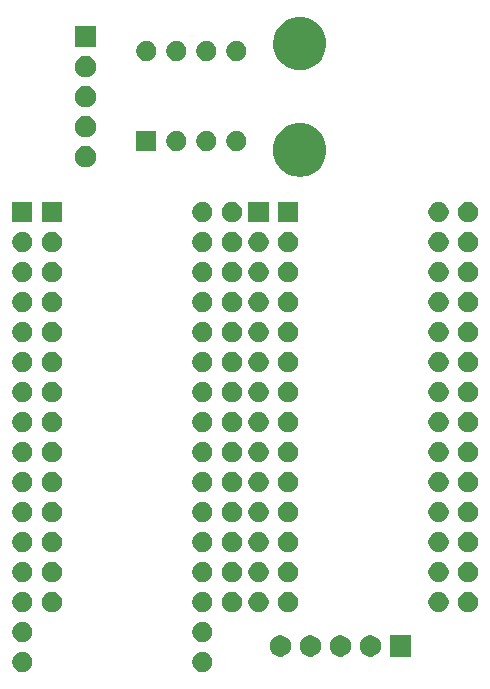
<source format=gbs>
G04 #@! TF.GenerationSoftware,KiCad,Pcbnew,(5.1.6)-1*
G04 #@! TF.CreationDate,2020-09-26T15:55:14+03:00*
G04 #@! TF.ProjectId,CPC6128_MultiROM_1_2,43504336-3132-4385-9f4d-756c7469524f,rev?*
G04 #@! TF.SameCoordinates,Original*
G04 #@! TF.FileFunction,Soldermask,Bot*
G04 #@! TF.FilePolarity,Negative*
%FSLAX46Y46*%
G04 Gerber Fmt 4.6, Leading zero omitted, Abs format (unit mm)*
G04 Created by KiCad (PCBNEW (5.1.6)-1) date 2020-09-26 15:55:14*
%MOMM*%
%LPD*%
G01*
G04 APERTURE LIST*
%ADD10C,0.100000*%
G04 APERTURE END LIST*
D10*
G36*
X138988228Y-106281703D02*
G01*
X139143100Y-106345853D01*
X139282481Y-106438985D01*
X139401015Y-106557519D01*
X139494147Y-106696900D01*
X139558297Y-106851772D01*
X139591000Y-107016184D01*
X139591000Y-107183816D01*
X139558297Y-107348228D01*
X139494147Y-107503100D01*
X139401015Y-107642481D01*
X139282481Y-107761015D01*
X139143100Y-107854147D01*
X138988228Y-107918297D01*
X138823816Y-107951000D01*
X138656184Y-107951000D01*
X138491772Y-107918297D01*
X138336900Y-107854147D01*
X138197519Y-107761015D01*
X138078985Y-107642481D01*
X137985853Y-107503100D01*
X137921703Y-107348228D01*
X137889000Y-107183816D01*
X137889000Y-107016184D01*
X137921703Y-106851772D01*
X137985853Y-106696900D01*
X138078985Y-106557519D01*
X138197519Y-106438985D01*
X138336900Y-106345853D01*
X138491772Y-106281703D01*
X138656184Y-106249000D01*
X138823816Y-106249000D01*
X138988228Y-106281703D01*
G37*
G36*
X123748228Y-106281703D02*
G01*
X123903100Y-106345853D01*
X124042481Y-106438985D01*
X124161015Y-106557519D01*
X124254147Y-106696900D01*
X124318297Y-106851772D01*
X124351000Y-107016184D01*
X124351000Y-107183816D01*
X124318297Y-107348228D01*
X124254147Y-107503100D01*
X124161015Y-107642481D01*
X124042481Y-107761015D01*
X123903100Y-107854147D01*
X123748228Y-107918297D01*
X123583816Y-107951000D01*
X123416184Y-107951000D01*
X123251772Y-107918297D01*
X123096900Y-107854147D01*
X122957519Y-107761015D01*
X122838985Y-107642481D01*
X122745853Y-107503100D01*
X122681703Y-107348228D01*
X122649000Y-107183816D01*
X122649000Y-107016184D01*
X122681703Y-106851772D01*
X122745853Y-106696900D01*
X122838985Y-106557519D01*
X122957519Y-106438985D01*
X123096900Y-106345853D01*
X123251772Y-106281703D01*
X123416184Y-106249000D01*
X123583816Y-106249000D01*
X123748228Y-106281703D01*
G37*
G36*
X150533512Y-104853927D02*
G01*
X150682812Y-104883624D01*
X150846784Y-104951544D01*
X150994354Y-105050147D01*
X151119853Y-105175646D01*
X151218456Y-105323216D01*
X151286376Y-105487188D01*
X151321000Y-105661259D01*
X151321000Y-105838741D01*
X151286376Y-106012812D01*
X151218456Y-106176784D01*
X151119853Y-106324354D01*
X150994354Y-106449853D01*
X150846784Y-106548456D01*
X150682812Y-106616376D01*
X150533512Y-106646073D01*
X150508742Y-106651000D01*
X150331258Y-106651000D01*
X150306488Y-106646073D01*
X150157188Y-106616376D01*
X149993216Y-106548456D01*
X149845646Y-106449853D01*
X149720147Y-106324354D01*
X149621544Y-106176784D01*
X149553624Y-106012812D01*
X149519000Y-105838741D01*
X149519000Y-105661259D01*
X149553624Y-105487188D01*
X149621544Y-105323216D01*
X149720147Y-105175646D01*
X149845646Y-105050147D01*
X149993216Y-104951544D01*
X150157188Y-104883624D01*
X150306488Y-104853927D01*
X150331258Y-104849000D01*
X150508742Y-104849000D01*
X150533512Y-104853927D01*
G37*
G36*
X156401000Y-106651000D02*
G01*
X154599000Y-106651000D01*
X154599000Y-104849000D01*
X156401000Y-104849000D01*
X156401000Y-106651000D01*
G37*
G36*
X145453512Y-104853927D02*
G01*
X145602812Y-104883624D01*
X145766784Y-104951544D01*
X145914354Y-105050147D01*
X146039853Y-105175646D01*
X146138456Y-105323216D01*
X146206376Y-105487188D01*
X146241000Y-105661259D01*
X146241000Y-105838741D01*
X146206376Y-106012812D01*
X146138456Y-106176784D01*
X146039853Y-106324354D01*
X145914354Y-106449853D01*
X145766784Y-106548456D01*
X145602812Y-106616376D01*
X145453512Y-106646073D01*
X145428742Y-106651000D01*
X145251258Y-106651000D01*
X145226488Y-106646073D01*
X145077188Y-106616376D01*
X144913216Y-106548456D01*
X144765646Y-106449853D01*
X144640147Y-106324354D01*
X144541544Y-106176784D01*
X144473624Y-106012812D01*
X144439000Y-105838741D01*
X144439000Y-105661259D01*
X144473624Y-105487188D01*
X144541544Y-105323216D01*
X144640147Y-105175646D01*
X144765646Y-105050147D01*
X144913216Y-104951544D01*
X145077188Y-104883624D01*
X145226488Y-104853927D01*
X145251258Y-104849000D01*
X145428742Y-104849000D01*
X145453512Y-104853927D01*
G37*
G36*
X147993512Y-104853927D02*
G01*
X148142812Y-104883624D01*
X148306784Y-104951544D01*
X148454354Y-105050147D01*
X148579853Y-105175646D01*
X148678456Y-105323216D01*
X148746376Y-105487188D01*
X148781000Y-105661259D01*
X148781000Y-105838741D01*
X148746376Y-106012812D01*
X148678456Y-106176784D01*
X148579853Y-106324354D01*
X148454354Y-106449853D01*
X148306784Y-106548456D01*
X148142812Y-106616376D01*
X147993512Y-106646073D01*
X147968742Y-106651000D01*
X147791258Y-106651000D01*
X147766488Y-106646073D01*
X147617188Y-106616376D01*
X147453216Y-106548456D01*
X147305646Y-106449853D01*
X147180147Y-106324354D01*
X147081544Y-106176784D01*
X147013624Y-106012812D01*
X146979000Y-105838741D01*
X146979000Y-105661259D01*
X147013624Y-105487188D01*
X147081544Y-105323216D01*
X147180147Y-105175646D01*
X147305646Y-105050147D01*
X147453216Y-104951544D01*
X147617188Y-104883624D01*
X147766488Y-104853927D01*
X147791258Y-104849000D01*
X147968742Y-104849000D01*
X147993512Y-104853927D01*
G37*
G36*
X153073512Y-104853927D02*
G01*
X153222812Y-104883624D01*
X153386784Y-104951544D01*
X153534354Y-105050147D01*
X153659853Y-105175646D01*
X153758456Y-105323216D01*
X153826376Y-105487188D01*
X153861000Y-105661259D01*
X153861000Y-105838741D01*
X153826376Y-106012812D01*
X153758456Y-106176784D01*
X153659853Y-106324354D01*
X153534354Y-106449853D01*
X153386784Y-106548456D01*
X153222812Y-106616376D01*
X153073512Y-106646073D01*
X153048742Y-106651000D01*
X152871258Y-106651000D01*
X152846488Y-106646073D01*
X152697188Y-106616376D01*
X152533216Y-106548456D01*
X152385646Y-106449853D01*
X152260147Y-106324354D01*
X152161544Y-106176784D01*
X152093624Y-106012812D01*
X152059000Y-105838741D01*
X152059000Y-105661259D01*
X152093624Y-105487188D01*
X152161544Y-105323216D01*
X152260147Y-105175646D01*
X152385646Y-105050147D01*
X152533216Y-104951544D01*
X152697188Y-104883624D01*
X152846488Y-104853927D01*
X152871258Y-104849000D01*
X153048742Y-104849000D01*
X153073512Y-104853927D01*
G37*
G36*
X138988228Y-103741703D02*
G01*
X139143100Y-103805853D01*
X139282481Y-103898985D01*
X139401015Y-104017519D01*
X139494147Y-104156900D01*
X139558297Y-104311772D01*
X139591000Y-104476184D01*
X139591000Y-104643816D01*
X139558297Y-104808228D01*
X139494147Y-104963100D01*
X139401015Y-105102481D01*
X139282481Y-105221015D01*
X139143100Y-105314147D01*
X138988228Y-105378297D01*
X138823816Y-105411000D01*
X138656184Y-105411000D01*
X138491772Y-105378297D01*
X138336900Y-105314147D01*
X138197519Y-105221015D01*
X138078985Y-105102481D01*
X137985853Y-104963100D01*
X137921703Y-104808228D01*
X137889000Y-104643816D01*
X137889000Y-104476184D01*
X137921703Y-104311772D01*
X137985853Y-104156900D01*
X138078985Y-104017519D01*
X138197519Y-103898985D01*
X138336900Y-103805853D01*
X138491772Y-103741703D01*
X138656184Y-103709000D01*
X138823816Y-103709000D01*
X138988228Y-103741703D01*
G37*
G36*
X123748228Y-103741703D02*
G01*
X123903100Y-103805853D01*
X124042481Y-103898985D01*
X124161015Y-104017519D01*
X124254147Y-104156900D01*
X124318297Y-104311772D01*
X124351000Y-104476184D01*
X124351000Y-104643816D01*
X124318297Y-104808228D01*
X124254147Y-104963100D01*
X124161015Y-105102481D01*
X124042481Y-105221015D01*
X123903100Y-105314147D01*
X123748228Y-105378297D01*
X123583816Y-105411000D01*
X123416184Y-105411000D01*
X123251772Y-105378297D01*
X123096900Y-105314147D01*
X122957519Y-105221015D01*
X122838985Y-105102481D01*
X122745853Y-104963100D01*
X122681703Y-104808228D01*
X122649000Y-104643816D01*
X122649000Y-104476184D01*
X122681703Y-104311772D01*
X122745853Y-104156900D01*
X122838985Y-104017519D01*
X122957519Y-103898985D01*
X123096900Y-103805853D01*
X123251772Y-103741703D01*
X123416184Y-103709000D01*
X123583816Y-103709000D01*
X123748228Y-103741703D01*
G37*
G36*
X126248228Y-101201703D02*
G01*
X126403100Y-101265853D01*
X126542481Y-101358985D01*
X126661015Y-101477519D01*
X126754147Y-101616900D01*
X126818297Y-101771772D01*
X126851000Y-101936184D01*
X126851000Y-102103816D01*
X126818297Y-102268228D01*
X126754147Y-102423100D01*
X126661015Y-102562481D01*
X126542481Y-102681015D01*
X126403100Y-102774147D01*
X126248228Y-102838297D01*
X126083816Y-102871000D01*
X125916184Y-102871000D01*
X125751772Y-102838297D01*
X125596900Y-102774147D01*
X125457519Y-102681015D01*
X125338985Y-102562481D01*
X125245853Y-102423100D01*
X125181703Y-102268228D01*
X125149000Y-102103816D01*
X125149000Y-101936184D01*
X125181703Y-101771772D01*
X125245853Y-101616900D01*
X125338985Y-101477519D01*
X125457519Y-101358985D01*
X125596900Y-101265853D01*
X125751772Y-101201703D01*
X125916184Y-101169000D01*
X126083816Y-101169000D01*
X126248228Y-101201703D01*
G37*
G36*
X146248228Y-101201703D02*
G01*
X146403100Y-101265853D01*
X146542481Y-101358985D01*
X146661015Y-101477519D01*
X146754147Y-101616900D01*
X146818297Y-101771772D01*
X146851000Y-101936184D01*
X146851000Y-102103816D01*
X146818297Y-102268228D01*
X146754147Y-102423100D01*
X146661015Y-102562481D01*
X146542481Y-102681015D01*
X146403100Y-102774147D01*
X146248228Y-102838297D01*
X146083816Y-102871000D01*
X145916184Y-102871000D01*
X145751772Y-102838297D01*
X145596900Y-102774147D01*
X145457519Y-102681015D01*
X145338985Y-102562481D01*
X145245853Y-102423100D01*
X145181703Y-102268228D01*
X145149000Y-102103816D01*
X145149000Y-101936184D01*
X145181703Y-101771772D01*
X145245853Y-101616900D01*
X145338985Y-101477519D01*
X145457519Y-101358985D01*
X145596900Y-101265853D01*
X145751772Y-101201703D01*
X145916184Y-101169000D01*
X146083816Y-101169000D01*
X146248228Y-101201703D01*
G37*
G36*
X161488228Y-101201703D02*
G01*
X161643100Y-101265853D01*
X161782481Y-101358985D01*
X161901015Y-101477519D01*
X161994147Y-101616900D01*
X162058297Y-101771772D01*
X162091000Y-101936184D01*
X162091000Y-102103816D01*
X162058297Y-102268228D01*
X161994147Y-102423100D01*
X161901015Y-102562481D01*
X161782481Y-102681015D01*
X161643100Y-102774147D01*
X161488228Y-102838297D01*
X161323816Y-102871000D01*
X161156184Y-102871000D01*
X160991772Y-102838297D01*
X160836900Y-102774147D01*
X160697519Y-102681015D01*
X160578985Y-102562481D01*
X160485853Y-102423100D01*
X160421703Y-102268228D01*
X160389000Y-102103816D01*
X160389000Y-101936184D01*
X160421703Y-101771772D01*
X160485853Y-101616900D01*
X160578985Y-101477519D01*
X160697519Y-101358985D01*
X160836900Y-101265853D01*
X160991772Y-101201703D01*
X161156184Y-101169000D01*
X161323816Y-101169000D01*
X161488228Y-101201703D01*
G37*
G36*
X143748228Y-101201703D02*
G01*
X143903100Y-101265853D01*
X144042481Y-101358985D01*
X144161015Y-101477519D01*
X144254147Y-101616900D01*
X144318297Y-101771772D01*
X144351000Y-101936184D01*
X144351000Y-102103816D01*
X144318297Y-102268228D01*
X144254147Y-102423100D01*
X144161015Y-102562481D01*
X144042481Y-102681015D01*
X143903100Y-102774147D01*
X143748228Y-102838297D01*
X143583816Y-102871000D01*
X143416184Y-102871000D01*
X143251772Y-102838297D01*
X143096900Y-102774147D01*
X142957519Y-102681015D01*
X142838985Y-102562481D01*
X142745853Y-102423100D01*
X142681703Y-102268228D01*
X142649000Y-102103816D01*
X142649000Y-101936184D01*
X142681703Y-101771772D01*
X142745853Y-101616900D01*
X142838985Y-101477519D01*
X142957519Y-101358985D01*
X143096900Y-101265853D01*
X143251772Y-101201703D01*
X143416184Y-101169000D01*
X143583816Y-101169000D01*
X143748228Y-101201703D01*
G37*
G36*
X123748228Y-101201703D02*
G01*
X123903100Y-101265853D01*
X124042481Y-101358985D01*
X124161015Y-101477519D01*
X124254147Y-101616900D01*
X124318297Y-101771772D01*
X124351000Y-101936184D01*
X124351000Y-102103816D01*
X124318297Y-102268228D01*
X124254147Y-102423100D01*
X124161015Y-102562481D01*
X124042481Y-102681015D01*
X123903100Y-102774147D01*
X123748228Y-102838297D01*
X123583816Y-102871000D01*
X123416184Y-102871000D01*
X123251772Y-102838297D01*
X123096900Y-102774147D01*
X122957519Y-102681015D01*
X122838985Y-102562481D01*
X122745853Y-102423100D01*
X122681703Y-102268228D01*
X122649000Y-102103816D01*
X122649000Y-101936184D01*
X122681703Y-101771772D01*
X122745853Y-101616900D01*
X122838985Y-101477519D01*
X122957519Y-101358985D01*
X123096900Y-101265853D01*
X123251772Y-101201703D01*
X123416184Y-101169000D01*
X123583816Y-101169000D01*
X123748228Y-101201703D01*
G37*
G36*
X138988228Y-101201703D02*
G01*
X139143100Y-101265853D01*
X139282481Y-101358985D01*
X139401015Y-101477519D01*
X139494147Y-101616900D01*
X139558297Y-101771772D01*
X139591000Y-101936184D01*
X139591000Y-102103816D01*
X139558297Y-102268228D01*
X139494147Y-102423100D01*
X139401015Y-102562481D01*
X139282481Y-102681015D01*
X139143100Y-102774147D01*
X138988228Y-102838297D01*
X138823816Y-102871000D01*
X138656184Y-102871000D01*
X138491772Y-102838297D01*
X138336900Y-102774147D01*
X138197519Y-102681015D01*
X138078985Y-102562481D01*
X137985853Y-102423100D01*
X137921703Y-102268228D01*
X137889000Y-102103816D01*
X137889000Y-101936184D01*
X137921703Y-101771772D01*
X137985853Y-101616900D01*
X138078985Y-101477519D01*
X138197519Y-101358985D01*
X138336900Y-101265853D01*
X138491772Y-101201703D01*
X138656184Y-101169000D01*
X138823816Y-101169000D01*
X138988228Y-101201703D01*
G37*
G36*
X141488228Y-101201703D02*
G01*
X141643100Y-101265853D01*
X141782481Y-101358985D01*
X141901015Y-101477519D01*
X141994147Y-101616900D01*
X142058297Y-101771772D01*
X142091000Y-101936184D01*
X142091000Y-102103816D01*
X142058297Y-102268228D01*
X141994147Y-102423100D01*
X141901015Y-102562481D01*
X141782481Y-102681015D01*
X141643100Y-102774147D01*
X141488228Y-102838297D01*
X141323816Y-102871000D01*
X141156184Y-102871000D01*
X140991772Y-102838297D01*
X140836900Y-102774147D01*
X140697519Y-102681015D01*
X140578985Y-102562481D01*
X140485853Y-102423100D01*
X140421703Y-102268228D01*
X140389000Y-102103816D01*
X140389000Y-101936184D01*
X140421703Y-101771772D01*
X140485853Y-101616900D01*
X140578985Y-101477519D01*
X140697519Y-101358985D01*
X140836900Y-101265853D01*
X140991772Y-101201703D01*
X141156184Y-101169000D01*
X141323816Y-101169000D01*
X141488228Y-101201703D01*
G37*
G36*
X158988228Y-101201703D02*
G01*
X159143100Y-101265853D01*
X159282481Y-101358985D01*
X159401015Y-101477519D01*
X159494147Y-101616900D01*
X159558297Y-101771772D01*
X159591000Y-101936184D01*
X159591000Y-102103816D01*
X159558297Y-102268228D01*
X159494147Y-102423100D01*
X159401015Y-102562481D01*
X159282481Y-102681015D01*
X159143100Y-102774147D01*
X158988228Y-102838297D01*
X158823816Y-102871000D01*
X158656184Y-102871000D01*
X158491772Y-102838297D01*
X158336900Y-102774147D01*
X158197519Y-102681015D01*
X158078985Y-102562481D01*
X157985853Y-102423100D01*
X157921703Y-102268228D01*
X157889000Y-102103816D01*
X157889000Y-101936184D01*
X157921703Y-101771772D01*
X157985853Y-101616900D01*
X158078985Y-101477519D01*
X158197519Y-101358985D01*
X158336900Y-101265853D01*
X158491772Y-101201703D01*
X158656184Y-101169000D01*
X158823816Y-101169000D01*
X158988228Y-101201703D01*
G37*
G36*
X146248228Y-98661703D02*
G01*
X146403100Y-98725853D01*
X146542481Y-98818985D01*
X146661015Y-98937519D01*
X146754147Y-99076900D01*
X146818297Y-99231772D01*
X146851000Y-99396184D01*
X146851000Y-99563816D01*
X146818297Y-99728228D01*
X146754147Y-99883100D01*
X146661015Y-100022481D01*
X146542481Y-100141015D01*
X146403100Y-100234147D01*
X146248228Y-100298297D01*
X146083816Y-100331000D01*
X145916184Y-100331000D01*
X145751772Y-100298297D01*
X145596900Y-100234147D01*
X145457519Y-100141015D01*
X145338985Y-100022481D01*
X145245853Y-99883100D01*
X145181703Y-99728228D01*
X145149000Y-99563816D01*
X145149000Y-99396184D01*
X145181703Y-99231772D01*
X145245853Y-99076900D01*
X145338985Y-98937519D01*
X145457519Y-98818985D01*
X145596900Y-98725853D01*
X145751772Y-98661703D01*
X145916184Y-98629000D01*
X146083816Y-98629000D01*
X146248228Y-98661703D01*
G37*
G36*
X141488228Y-98661703D02*
G01*
X141643100Y-98725853D01*
X141782481Y-98818985D01*
X141901015Y-98937519D01*
X141994147Y-99076900D01*
X142058297Y-99231772D01*
X142091000Y-99396184D01*
X142091000Y-99563816D01*
X142058297Y-99728228D01*
X141994147Y-99883100D01*
X141901015Y-100022481D01*
X141782481Y-100141015D01*
X141643100Y-100234147D01*
X141488228Y-100298297D01*
X141323816Y-100331000D01*
X141156184Y-100331000D01*
X140991772Y-100298297D01*
X140836900Y-100234147D01*
X140697519Y-100141015D01*
X140578985Y-100022481D01*
X140485853Y-99883100D01*
X140421703Y-99728228D01*
X140389000Y-99563816D01*
X140389000Y-99396184D01*
X140421703Y-99231772D01*
X140485853Y-99076900D01*
X140578985Y-98937519D01*
X140697519Y-98818985D01*
X140836900Y-98725853D01*
X140991772Y-98661703D01*
X141156184Y-98629000D01*
X141323816Y-98629000D01*
X141488228Y-98661703D01*
G37*
G36*
X158988228Y-98661703D02*
G01*
X159143100Y-98725853D01*
X159282481Y-98818985D01*
X159401015Y-98937519D01*
X159494147Y-99076900D01*
X159558297Y-99231772D01*
X159591000Y-99396184D01*
X159591000Y-99563816D01*
X159558297Y-99728228D01*
X159494147Y-99883100D01*
X159401015Y-100022481D01*
X159282481Y-100141015D01*
X159143100Y-100234147D01*
X158988228Y-100298297D01*
X158823816Y-100331000D01*
X158656184Y-100331000D01*
X158491772Y-100298297D01*
X158336900Y-100234147D01*
X158197519Y-100141015D01*
X158078985Y-100022481D01*
X157985853Y-99883100D01*
X157921703Y-99728228D01*
X157889000Y-99563816D01*
X157889000Y-99396184D01*
X157921703Y-99231772D01*
X157985853Y-99076900D01*
X158078985Y-98937519D01*
X158197519Y-98818985D01*
X158336900Y-98725853D01*
X158491772Y-98661703D01*
X158656184Y-98629000D01*
X158823816Y-98629000D01*
X158988228Y-98661703D01*
G37*
G36*
X126248228Y-98661703D02*
G01*
X126403100Y-98725853D01*
X126542481Y-98818985D01*
X126661015Y-98937519D01*
X126754147Y-99076900D01*
X126818297Y-99231772D01*
X126851000Y-99396184D01*
X126851000Y-99563816D01*
X126818297Y-99728228D01*
X126754147Y-99883100D01*
X126661015Y-100022481D01*
X126542481Y-100141015D01*
X126403100Y-100234147D01*
X126248228Y-100298297D01*
X126083816Y-100331000D01*
X125916184Y-100331000D01*
X125751772Y-100298297D01*
X125596900Y-100234147D01*
X125457519Y-100141015D01*
X125338985Y-100022481D01*
X125245853Y-99883100D01*
X125181703Y-99728228D01*
X125149000Y-99563816D01*
X125149000Y-99396184D01*
X125181703Y-99231772D01*
X125245853Y-99076900D01*
X125338985Y-98937519D01*
X125457519Y-98818985D01*
X125596900Y-98725853D01*
X125751772Y-98661703D01*
X125916184Y-98629000D01*
X126083816Y-98629000D01*
X126248228Y-98661703D01*
G37*
G36*
X143748228Y-98661703D02*
G01*
X143903100Y-98725853D01*
X144042481Y-98818985D01*
X144161015Y-98937519D01*
X144254147Y-99076900D01*
X144318297Y-99231772D01*
X144351000Y-99396184D01*
X144351000Y-99563816D01*
X144318297Y-99728228D01*
X144254147Y-99883100D01*
X144161015Y-100022481D01*
X144042481Y-100141015D01*
X143903100Y-100234147D01*
X143748228Y-100298297D01*
X143583816Y-100331000D01*
X143416184Y-100331000D01*
X143251772Y-100298297D01*
X143096900Y-100234147D01*
X142957519Y-100141015D01*
X142838985Y-100022481D01*
X142745853Y-99883100D01*
X142681703Y-99728228D01*
X142649000Y-99563816D01*
X142649000Y-99396184D01*
X142681703Y-99231772D01*
X142745853Y-99076900D01*
X142838985Y-98937519D01*
X142957519Y-98818985D01*
X143096900Y-98725853D01*
X143251772Y-98661703D01*
X143416184Y-98629000D01*
X143583816Y-98629000D01*
X143748228Y-98661703D01*
G37*
G36*
X161488228Y-98661703D02*
G01*
X161643100Y-98725853D01*
X161782481Y-98818985D01*
X161901015Y-98937519D01*
X161994147Y-99076900D01*
X162058297Y-99231772D01*
X162091000Y-99396184D01*
X162091000Y-99563816D01*
X162058297Y-99728228D01*
X161994147Y-99883100D01*
X161901015Y-100022481D01*
X161782481Y-100141015D01*
X161643100Y-100234147D01*
X161488228Y-100298297D01*
X161323816Y-100331000D01*
X161156184Y-100331000D01*
X160991772Y-100298297D01*
X160836900Y-100234147D01*
X160697519Y-100141015D01*
X160578985Y-100022481D01*
X160485853Y-99883100D01*
X160421703Y-99728228D01*
X160389000Y-99563816D01*
X160389000Y-99396184D01*
X160421703Y-99231772D01*
X160485853Y-99076900D01*
X160578985Y-98937519D01*
X160697519Y-98818985D01*
X160836900Y-98725853D01*
X160991772Y-98661703D01*
X161156184Y-98629000D01*
X161323816Y-98629000D01*
X161488228Y-98661703D01*
G37*
G36*
X138988228Y-98661703D02*
G01*
X139143100Y-98725853D01*
X139282481Y-98818985D01*
X139401015Y-98937519D01*
X139494147Y-99076900D01*
X139558297Y-99231772D01*
X139591000Y-99396184D01*
X139591000Y-99563816D01*
X139558297Y-99728228D01*
X139494147Y-99883100D01*
X139401015Y-100022481D01*
X139282481Y-100141015D01*
X139143100Y-100234147D01*
X138988228Y-100298297D01*
X138823816Y-100331000D01*
X138656184Y-100331000D01*
X138491772Y-100298297D01*
X138336900Y-100234147D01*
X138197519Y-100141015D01*
X138078985Y-100022481D01*
X137985853Y-99883100D01*
X137921703Y-99728228D01*
X137889000Y-99563816D01*
X137889000Y-99396184D01*
X137921703Y-99231772D01*
X137985853Y-99076900D01*
X138078985Y-98937519D01*
X138197519Y-98818985D01*
X138336900Y-98725853D01*
X138491772Y-98661703D01*
X138656184Y-98629000D01*
X138823816Y-98629000D01*
X138988228Y-98661703D01*
G37*
G36*
X123748228Y-98661703D02*
G01*
X123903100Y-98725853D01*
X124042481Y-98818985D01*
X124161015Y-98937519D01*
X124254147Y-99076900D01*
X124318297Y-99231772D01*
X124351000Y-99396184D01*
X124351000Y-99563816D01*
X124318297Y-99728228D01*
X124254147Y-99883100D01*
X124161015Y-100022481D01*
X124042481Y-100141015D01*
X123903100Y-100234147D01*
X123748228Y-100298297D01*
X123583816Y-100331000D01*
X123416184Y-100331000D01*
X123251772Y-100298297D01*
X123096900Y-100234147D01*
X122957519Y-100141015D01*
X122838985Y-100022481D01*
X122745853Y-99883100D01*
X122681703Y-99728228D01*
X122649000Y-99563816D01*
X122649000Y-99396184D01*
X122681703Y-99231772D01*
X122745853Y-99076900D01*
X122838985Y-98937519D01*
X122957519Y-98818985D01*
X123096900Y-98725853D01*
X123251772Y-98661703D01*
X123416184Y-98629000D01*
X123583816Y-98629000D01*
X123748228Y-98661703D01*
G37*
G36*
X123748228Y-96121703D02*
G01*
X123903100Y-96185853D01*
X124042481Y-96278985D01*
X124161015Y-96397519D01*
X124254147Y-96536900D01*
X124318297Y-96691772D01*
X124351000Y-96856184D01*
X124351000Y-97023816D01*
X124318297Y-97188228D01*
X124254147Y-97343100D01*
X124161015Y-97482481D01*
X124042481Y-97601015D01*
X123903100Y-97694147D01*
X123748228Y-97758297D01*
X123583816Y-97791000D01*
X123416184Y-97791000D01*
X123251772Y-97758297D01*
X123096900Y-97694147D01*
X122957519Y-97601015D01*
X122838985Y-97482481D01*
X122745853Y-97343100D01*
X122681703Y-97188228D01*
X122649000Y-97023816D01*
X122649000Y-96856184D01*
X122681703Y-96691772D01*
X122745853Y-96536900D01*
X122838985Y-96397519D01*
X122957519Y-96278985D01*
X123096900Y-96185853D01*
X123251772Y-96121703D01*
X123416184Y-96089000D01*
X123583816Y-96089000D01*
X123748228Y-96121703D01*
G37*
G36*
X126248228Y-96121703D02*
G01*
X126403100Y-96185853D01*
X126542481Y-96278985D01*
X126661015Y-96397519D01*
X126754147Y-96536900D01*
X126818297Y-96691772D01*
X126851000Y-96856184D01*
X126851000Y-97023816D01*
X126818297Y-97188228D01*
X126754147Y-97343100D01*
X126661015Y-97482481D01*
X126542481Y-97601015D01*
X126403100Y-97694147D01*
X126248228Y-97758297D01*
X126083816Y-97791000D01*
X125916184Y-97791000D01*
X125751772Y-97758297D01*
X125596900Y-97694147D01*
X125457519Y-97601015D01*
X125338985Y-97482481D01*
X125245853Y-97343100D01*
X125181703Y-97188228D01*
X125149000Y-97023816D01*
X125149000Y-96856184D01*
X125181703Y-96691772D01*
X125245853Y-96536900D01*
X125338985Y-96397519D01*
X125457519Y-96278985D01*
X125596900Y-96185853D01*
X125751772Y-96121703D01*
X125916184Y-96089000D01*
X126083816Y-96089000D01*
X126248228Y-96121703D01*
G37*
G36*
X138988228Y-96121703D02*
G01*
X139143100Y-96185853D01*
X139282481Y-96278985D01*
X139401015Y-96397519D01*
X139494147Y-96536900D01*
X139558297Y-96691772D01*
X139591000Y-96856184D01*
X139591000Y-97023816D01*
X139558297Y-97188228D01*
X139494147Y-97343100D01*
X139401015Y-97482481D01*
X139282481Y-97601015D01*
X139143100Y-97694147D01*
X138988228Y-97758297D01*
X138823816Y-97791000D01*
X138656184Y-97791000D01*
X138491772Y-97758297D01*
X138336900Y-97694147D01*
X138197519Y-97601015D01*
X138078985Y-97482481D01*
X137985853Y-97343100D01*
X137921703Y-97188228D01*
X137889000Y-97023816D01*
X137889000Y-96856184D01*
X137921703Y-96691772D01*
X137985853Y-96536900D01*
X138078985Y-96397519D01*
X138197519Y-96278985D01*
X138336900Y-96185853D01*
X138491772Y-96121703D01*
X138656184Y-96089000D01*
X138823816Y-96089000D01*
X138988228Y-96121703D01*
G37*
G36*
X141488228Y-96121703D02*
G01*
X141643100Y-96185853D01*
X141782481Y-96278985D01*
X141901015Y-96397519D01*
X141994147Y-96536900D01*
X142058297Y-96691772D01*
X142091000Y-96856184D01*
X142091000Y-97023816D01*
X142058297Y-97188228D01*
X141994147Y-97343100D01*
X141901015Y-97482481D01*
X141782481Y-97601015D01*
X141643100Y-97694147D01*
X141488228Y-97758297D01*
X141323816Y-97791000D01*
X141156184Y-97791000D01*
X140991772Y-97758297D01*
X140836900Y-97694147D01*
X140697519Y-97601015D01*
X140578985Y-97482481D01*
X140485853Y-97343100D01*
X140421703Y-97188228D01*
X140389000Y-97023816D01*
X140389000Y-96856184D01*
X140421703Y-96691772D01*
X140485853Y-96536900D01*
X140578985Y-96397519D01*
X140697519Y-96278985D01*
X140836900Y-96185853D01*
X140991772Y-96121703D01*
X141156184Y-96089000D01*
X141323816Y-96089000D01*
X141488228Y-96121703D01*
G37*
G36*
X143748228Y-96121703D02*
G01*
X143903100Y-96185853D01*
X144042481Y-96278985D01*
X144161015Y-96397519D01*
X144254147Y-96536900D01*
X144318297Y-96691772D01*
X144351000Y-96856184D01*
X144351000Y-97023816D01*
X144318297Y-97188228D01*
X144254147Y-97343100D01*
X144161015Y-97482481D01*
X144042481Y-97601015D01*
X143903100Y-97694147D01*
X143748228Y-97758297D01*
X143583816Y-97791000D01*
X143416184Y-97791000D01*
X143251772Y-97758297D01*
X143096900Y-97694147D01*
X142957519Y-97601015D01*
X142838985Y-97482481D01*
X142745853Y-97343100D01*
X142681703Y-97188228D01*
X142649000Y-97023816D01*
X142649000Y-96856184D01*
X142681703Y-96691772D01*
X142745853Y-96536900D01*
X142838985Y-96397519D01*
X142957519Y-96278985D01*
X143096900Y-96185853D01*
X143251772Y-96121703D01*
X143416184Y-96089000D01*
X143583816Y-96089000D01*
X143748228Y-96121703D01*
G37*
G36*
X158988228Y-96121703D02*
G01*
X159143100Y-96185853D01*
X159282481Y-96278985D01*
X159401015Y-96397519D01*
X159494147Y-96536900D01*
X159558297Y-96691772D01*
X159591000Y-96856184D01*
X159591000Y-97023816D01*
X159558297Y-97188228D01*
X159494147Y-97343100D01*
X159401015Y-97482481D01*
X159282481Y-97601015D01*
X159143100Y-97694147D01*
X158988228Y-97758297D01*
X158823816Y-97791000D01*
X158656184Y-97791000D01*
X158491772Y-97758297D01*
X158336900Y-97694147D01*
X158197519Y-97601015D01*
X158078985Y-97482481D01*
X157985853Y-97343100D01*
X157921703Y-97188228D01*
X157889000Y-97023816D01*
X157889000Y-96856184D01*
X157921703Y-96691772D01*
X157985853Y-96536900D01*
X158078985Y-96397519D01*
X158197519Y-96278985D01*
X158336900Y-96185853D01*
X158491772Y-96121703D01*
X158656184Y-96089000D01*
X158823816Y-96089000D01*
X158988228Y-96121703D01*
G37*
G36*
X146248228Y-96121703D02*
G01*
X146403100Y-96185853D01*
X146542481Y-96278985D01*
X146661015Y-96397519D01*
X146754147Y-96536900D01*
X146818297Y-96691772D01*
X146851000Y-96856184D01*
X146851000Y-97023816D01*
X146818297Y-97188228D01*
X146754147Y-97343100D01*
X146661015Y-97482481D01*
X146542481Y-97601015D01*
X146403100Y-97694147D01*
X146248228Y-97758297D01*
X146083816Y-97791000D01*
X145916184Y-97791000D01*
X145751772Y-97758297D01*
X145596900Y-97694147D01*
X145457519Y-97601015D01*
X145338985Y-97482481D01*
X145245853Y-97343100D01*
X145181703Y-97188228D01*
X145149000Y-97023816D01*
X145149000Y-96856184D01*
X145181703Y-96691772D01*
X145245853Y-96536900D01*
X145338985Y-96397519D01*
X145457519Y-96278985D01*
X145596900Y-96185853D01*
X145751772Y-96121703D01*
X145916184Y-96089000D01*
X146083816Y-96089000D01*
X146248228Y-96121703D01*
G37*
G36*
X161488228Y-96121703D02*
G01*
X161643100Y-96185853D01*
X161782481Y-96278985D01*
X161901015Y-96397519D01*
X161994147Y-96536900D01*
X162058297Y-96691772D01*
X162091000Y-96856184D01*
X162091000Y-97023816D01*
X162058297Y-97188228D01*
X161994147Y-97343100D01*
X161901015Y-97482481D01*
X161782481Y-97601015D01*
X161643100Y-97694147D01*
X161488228Y-97758297D01*
X161323816Y-97791000D01*
X161156184Y-97791000D01*
X160991772Y-97758297D01*
X160836900Y-97694147D01*
X160697519Y-97601015D01*
X160578985Y-97482481D01*
X160485853Y-97343100D01*
X160421703Y-97188228D01*
X160389000Y-97023816D01*
X160389000Y-96856184D01*
X160421703Y-96691772D01*
X160485853Y-96536900D01*
X160578985Y-96397519D01*
X160697519Y-96278985D01*
X160836900Y-96185853D01*
X160991772Y-96121703D01*
X161156184Y-96089000D01*
X161323816Y-96089000D01*
X161488228Y-96121703D01*
G37*
G36*
X138988228Y-93581703D02*
G01*
X139143100Y-93645853D01*
X139282481Y-93738985D01*
X139401015Y-93857519D01*
X139494147Y-93996900D01*
X139558297Y-94151772D01*
X139591000Y-94316184D01*
X139591000Y-94483816D01*
X139558297Y-94648228D01*
X139494147Y-94803100D01*
X139401015Y-94942481D01*
X139282481Y-95061015D01*
X139143100Y-95154147D01*
X138988228Y-95218297D01*
X138823816Y-95251000D01*
X138656184Y-95251000D01*
X138491772Y-95218297D01*
X138336900Y-95154147D01*
X138197519Y-95061015D01*
X138078985Y-94942481D01*
X137985853Y-94803100D01*
X137921703Y-94648228D01*
X137889000Y-94483816D01*
X137889000Y-94316184D01*
X137921703Y-94151772D01*
X137985853Y-93996900D01*
X138078985Y-93857519D01*
X138197519Y-93738985D01*
X138336900Y-93645853D01*
X138491772Y-93581703D01*
X138656184Y-93549000D01*
X138823816Y-93549000D01*
X138988228Y-93581703D01*
G37*
G36*
X123748228Y-93581703D02*
G01*
X123903100Y-93645853D01*
X124042481Y-93738985D01*
X124161015Y-93857519D01*
X124254147Y-93996900D01*
X124318297Y-94151772D01*
X124351000Y-94316184D01*
X124351000Y-94483816D01*
X124318297Y-94648228D01*
X124254147Y-94803100D01*
X124161015Y-94942481D01*
X124042481Y-95061015D01*
X123903100Y-95154147D01*
X123748228Y-95218297D01*
X123583816Y-95251000D01*
X123416184Y-95251000D01*
X123251772Y-95218297D01*
X123096900Y-95154147D01*
X122957519Y-95061015D01*
X122838985Y-94942481D01*
X122745853Y-94803100D01*
X122681703Y-94648228D01*
X122649000Y-94483816D01*
X122649000Y-94316184D01*
X122681703Y-94151772D01*
X122745853Y-93996900D01*
X122838985Y-93857519D01*
X122957519Y-93738985D01*
X123096900Y-93645853D01*
X123251772Y-93581703D01*
X123416184Y-93549000D01*
X123583816Y-93549000D01*
X123748228Y-93581703D01*
G37*
G36*
X158988228Y-93581703D02*
G01*
X159143100Y-93645853D01*
X159282481Y-93738985D01*
X159401015Y-93857519D01*
X159494147Y-93996900D01*
X159558297Y-94151772D01*
X159591000Y-94316184D01*
X159591000Y-94483816D01*
X159558297Y-94648228D01*
X159494147Y-94803100D01*
X159401015Y-94942481D01*
X159282481Y-95061015D01*
X159143100Y-95154147D01*
X158988228Y-95218297D01*
X158823816Y-95251000D01*
X158656184Y-95251000D01*
X158491772Y-95218297D01*
X158336900Y-95154147D01*
X158197519Y-95061015D01*
X158078985Y-94942481D01*
X157985853Y-94803100D01*
X157921703Y-94648228D01*
X157889000Y-94483816D01*
X157889000Y-94316184D01*
X157921703Y-94151772D01*
X157985853Y-93996900D01*
X158078985Y-93857519D01*
X158197519Y-93738985D01*
X158336900Y-93645853D01*
X158491772Y-93581703D01*
X158656184Y-93549000D01*
X158823816Y-93549000D01*
X158988228Y-93581703D01*
G37*
G36*
X146248228Y-93581703D02*
G01*
X146403100Y-93645853D01*
X146542481Y-93738985D01*
X146661015Y-93857519D01*
X146754147Y-93996900D01*
X146818297Y-94151772D01*
X146851000Y-94316184D01*
X146851000Y-94483816D01*
X146818297Y-94648228D01*
X146754147Y-94803100D01*
X146661015Y-94942481D01*
X146542481Y-95061015D01*
X146403100Y-95154147D01*
X146248228Y-95218297D01*
X146083816Y-95251000D01*
X145916184Y-95251000D01*
X145751772Y-95218297D01*
X145596900Y-95154147D01*
X145457519Y-95061015D01*
X145338985Y-94942481D01*
X145245853Y-94803100D01*
X145181703Y-94648228D01*
X145149000Y-94483816D01*
X145149000Y-94316184D01*
X145181703Y-94151772D01*
X145245853Y-93996900D01*
X145338985Y-93857519D01*
X145457519Y-93738985D01*
X145596900Y-93645853D01*
X145751772Y-93581703D01*
X145916184Y-93549000D01*
X146083816Y-93549000D01*
X146248228Y-93581703D01*
G37*
G36*
X141488228Y-93581703D02*
G01*
X141643100Y-93645853D01*
X141782481Y-93738985D01*
X141901015Y-93857519D01*
X141994147Y-93996900D01*
X142058297Y-94151772D01*
X142091000Y-94316184D01*
X142091000Y-94483816D01*
X142058297Y-94648228D01*
X141994147Y-94803100D01*
X141901015Y-94942481D01*
X141782481Y-95061015D01*
X141643100Y-95154147D01*
X141488228Y-95218297D01*
X141323816Y-95251000D01*
X141156184Y-95251000D01*
X140991772Y-95218297D01*
X140836900Y-95154147D01*
X140697519Y-95061015D01*
X140578985Y-94942481D01*
X140485853Y-94803100D01*
X140421703Y-94648228D01*
X140389000Y-94483816D01*
X140389000Y-94316184D01*
X140421703Y-94151772D01*
X140485853Y-93996900D01*
X140578985Y-93857519D01*
X140697519Y-93738985D01*
X140836900Y-93645853D01*
X140991772Y-93581703D01*
X141156184Y-93549000D01*
X141323816Y-93549000D01*
X141488228Y-93581703D01*
G37*
G36*
X161488228Y-93581703D02*
G01*
X161643100Y-93645853D01*
X161782481Y-93738985D01*
X161901015Y-93857519D01*
X161994147Y-93996900D01*
X162058297Y-94151772D01*
X162091000Y-94316184D01*
X162091000Y-94483816D01*
X162058297Y-94648228D01*
X161994147Y-94803100D01*
X161901015Y-94942481D01*
X161782481Y-95061015D01*
X161643100Y-95154147D01*
X161488228Y-95218297D01*
X161323816Y-95251000D01*
X161156184Y-95251000D01*
X160991772Y-95218297D01*
X160836900Y-95154147D01*
X160697519Y-95061015D01*
X160578985Y-94942481D01*
X160485853Y-94803100D01*
X160421703Y-94648228D01*
X160389000Y-94483816D01*
X160389000Y-94316184D01*
X160421703Y-94151772D01*
X160485853Y-93996900D01*
X160578985Y-93857519D01*
X160697519Y-93738985D01*
X160836900Y-93645853D01*
X160991772Y-93581703D01*
X161156184Y-93549000D01*
X161323816Y-93549000D01*
X161488228Y-93581703D01*
G37*
G36*
X126248228Y-93581703D02*
G01*
X126403100Y-93645853D01*
X126542481Y-93738985D01*
X126661015Y-93857519D01*
X126754147Y-93996900D01*
X126818297Y-94151772D01*
X126851000Y-94316184D01*
X126851000Y-94483816D01*
X126818297Y-94648228D01*
X126754147Y-94803100D01*
X126661015Y-94942481D01*
X126542481Y-95061015D01*
X126403100Y-95154147D01*
X126248228Y-95218297D01*
X126083816Y-95251000D01*
X125916184Y-95251000D01*
X125751772Y-95218297D01*
X125596900Y-95154147D01*
X125457519Y-95061015D01*
X125338985Y-94942481D01*
X125245853Y-94803100D01*
X125181703Y-94648228D01*
X125149000Y-94483816D01*
X125149000Y-94316184D01*
X125181703Y-94151772D01*
X125245853Y-93996900D01*
X125338985Y-93857519D01*
X125457519Y-93738985D01*
X125596900Y-93645853D01*
X125751772Y-93581703D01*
X125916184Y-93549000D01*
X126083816Y-93549000D01*
X126248228Y-93581703D01*
G37*
G36*
X143748228Y-93581703D02*
G01*
X143903100Y-93645853D01*
X144042481Y-93738985D01*
X144161015Y-93857519D01*
X144254147Y-93996900D01*
X144318297Y-94151772D01*
X144351000Y-94316184D01*
X144351000Y-94483816D01*
X144318297Y-94648228D01*
X144254147Y-94803100D01*
X144161015Y-94942481D01*
X144042481Y-95061015D01*
X143903100Y-95154147D01*
X143748228Y-95218297D01*
X143583816Y-95251000D01*
X143416184Y-95251000D01*
X143251772Y-95218297D01*
X143096900Y-95154147D01*
X142957519Y-95061015D01*
X142838985Y-94942481D01*
X142745853Y-94803100D01*
X142681703Y-94648228D01*
X142649000Y-94483816D01*
X142649000Y-94316184D01*
X142681703Y-94151772D01*
X142745853Y-93996900D01*
X142838985Y-93857519D01*
X142957519Y-93738985D01*
X143096900Y-93645853D01*
X143251772Y-93581703D01*
X143416184Y-93549000D01*
X143583816Y-93549000D01*
X143748228Y-93581703D01*
G37*
G36*
X141488228Y-91041703D02*
G01*
X141643100Y-91105853D01*
X141782481Y-91198985D01*
X141901015Y-91317519D01*
X141994147Y-91456900D01*
X142058297Y-91611772D01*
X142091000Y-91776184D01*
X142091000Y-91943816D01*
X142058297Y-92108228D01*
X141994147Y-92263100D01*
X141901015Y-92402481D01*
X141782481Y-92521015D01*
X141643100Y-92614147D01*
X141488228Y-92678297D01*
X141323816Y-92711000D01*
X141156184Y-92711000D01*
X140991772Y-92678297D01*
X140836900Y-92614147D01*
X140697519Y-92521015D01*
X140578985Y-92402481D01*
X140485853Y-92263100D01*
X140421703Y-92108228D01*
X140389000Y-91943816D01*
X140389000Y-91776184D01*
X140421703Y-91611772D01*
X140485853Y-91456900D01*
X140578985Y-91317519D01*
X140697519Y-91198985D01*
X140836900Y-91105853D01*
X140991772Y-91041703D01*
X141156184Y-91009000D01*
X141323816Y-91009000D01*
X141488228Y-91041703D01*
G37*
G36*
X126248228Y-91041703D02*
G01*
X126403100Y-91105853D01*
X126542481Y-91198985D01*
X126661015Y-91317519D01*
X126754147Y-91456900D01*
X126818297Y-91611772D01*
X126851000Y-91776184D01*
X126851000Y-91943816D01*
X126818297Y-92108228D01*
X126754147Y-92263100D01*
X126661015Y-92402481D01*
X126542481Y-92521015D01*
X126403100Y-92614147D01*
X126248228Y-92678297D01*
X126083816Y-92711000D01*
X125916184Y-92711000D01*
X125751772Y-92678297D01*
X125596900Y-92614147D01*
X125457519Y-92521015D01*
X125338985Y-92402481D01*
X125245853Y-92263100D01*
X125181703Y-92108228D01*
X125149000Y-91943816D01*
X125149000Y-91776184D01*
X125181703Y-91611772D01*
X125245853Y-91456900D01*
X125338985Y-91317519D01*
X125457519Y-91198985D01*
X125596900Y-91105853D01*
X125751772Y-91041703D01*
X125916184Y-91009000D01*
X126083816Y-91009000D01*
X126248228Y-91041703D01*
G37*
G36*
X161488228Y-91041703D02*
G01*
X161643100Y-91105853D01*
X161782481Y-91198985D01*
X161901015Y-91317519D01*
X161994147Y-91456900D01*
X162058297Y-91611772D01*
X162091000Y-91776184D01*
X162091000Y-91943816D01*
X162058297Y-92108228D01*
X161994147Y-92263100D01*
X161901015Y-92402481D01*
X161782481Y-92521015D01*
X161643100Y-92614147D01*
X161488228Y-92678297D01*
X161323816Y-92711000D01*
X161156184Y-92711000D01*
X160991772Y-92678297D01*
X160836900Y-92614147D01*
X160697519Y-92521015D01*
X160578985Y-92402481D01*
X160485853Y-92263100D01*
X160421703Y-92108228D01*
X160389000Y-91943816D01*
X160389000Y-91776184D01*
X160421703Y-91611772D01*
X160485853Y-91456900D01*
X160578985Y-91317519D01*
X160697519Y-91198985D01*
X160836900Y-91105853D01*
X160991772Y-91041703D01*
X161156184Y-91009000D01*
X161323816Y-91009000D01*
X161488228Y-91041703D01*
G37*
G36*
X138988228Y-91041703D02*
G01*
X139143100Y-91105853D01*
X139282481Y-91198985D01*
X139401015Y-91317519D01*
X139494147Y-91456900D01*
X139558297Y-91611772D01*
X139591000Y-91776184D01*
X139591000Y-91943816D01*
X139558297Y-92108228D01*
X139494147Y-92263100D01*
X139401015Y-92402481D01*
X139282481Y-92521015D01*
X139143100Y-92614147D01*
X138988228Y-92678297D01*
X138823816Y-92711000D01*
X138656184Y-92711000D01*
X138491772Y-92678297D01*
X138336900Y-92614147D01*
X138197519Y-92521015D01*
X138078985Y-92402481D01*
X137985853Y-92263100D01*
X137921703Y-92108228D01*
X137889000Y-91943816D01*
X137889000Y-91776184D01*
X137921703Y-91611772D01*
X137985853Y-91456900D01*
X138078985Y-91317519D01*
X138197519Y-91198985D01*
X138336900Y-91105853D01*
X138491772Y-91041703D01*
X138656184Y-91009000D01*
X138823816Y-91009000D01*
X138988228Y-91041703D01*
G37*
G36*
X123748228Y-91041703D02*
G01*
X123903100Y-91105853D01*
X124042481Y-91198985D01*
X124161015Y-91317519D01*
X124254147Y-91456900D01*
X124318297Y-91611772D01*
X124351000Y-91776184D01*
X124351000Y-91943816D01*
X124318297Y-92108228D01*
X124254147Y-92263100D01*
X124161015Y-92402481D01*
X124042481Y-92521015D01*
X123903100Y-92614147D01*
X123748228Y-92678297D01*
X123583816Y-92711000D01*
X123416184Y-92711000D01*
X123251772Y-92678297D01*
X123096900Y-92614147D01*
X122957519Y-92521015D01*
X122838985Y-92402481D01*
X122745853Y-92263100D01*
X122681703Y-92108228D01*
X122649000Y-91943816D01*
X122649000Y-91776184D01*
X122681703Y-91611772D01*
X122745853Y-91456900D01*
X122838985Y-91317519D01*
X122957519Y-91198985D01*
X123096900Y-91105853D01*
X123251772Y-91041703D01*
X123416184Y-91009000D01*
X123583816Y-91009000D01*
X123748228Y-91041703D01*
G37*
G36*
X146248228Y-91041703D02*
G01*
X146403100Y-91105853D01*
X146542481Y-91198985D01*
X146661015Y-91317519D01*
X146754147Y-91456900D01*
X146818297Y-91611772D01*
X146851000Y-91776184D01*
X146851000Y-91943816D01*
X146818297Y-92108228D01*
X146754147Y-92263100D01*
X146661015Y-92402481D01*
X146542481Y-92521015D01*
X146403100Y-92614147D01*
X146248228Y-92678297D01*
X146083816Y-92711000D01*
X145916184Y-92711000D01*
X145751772Y-92678297D01*
X145596900Y-92614147D01*
X145457519Y-92521015D01*
X145338985Y-92402481D01*
X145245853Y-92263100D01*
X145181703Y-92108228D01*
X145149000Y-91943816D01*
X145149000Y-91776184D01*
X145181703Y-91611772D01*
X145245853Y-91456900D01*
X145338985Y-91317519D01*
X145457519Y-91198985D01*
X145596900Y-91105853D01*
X145751772Y-91041703D01*
X145916184Y-91009000D01*
X146083816Y-91009000D01*
X146248228Y-91041703D01*
G37*
G36*
X143748228Y-91041703D02*
G01*
X143903100Y-91105853D01*
X144042481Y-91198985D01*
X144161015Y-91317519D01*
X144254147Y-91456900D01*
X144318297Y-91611772D01*
X144351000Y-91776184D01*
X144351000Y-91943816D01*
X144318297Y-92108228D01*
X144254147Y-92263100D01*
X144161015Y-92402481D01*
X144042481Y-92521015D01*
X143903100Y-92614147D01*
X143748228Y-92678297D01*
X143583816Y-92711000D01*
X143416184Y-92711000D01*
X143251772Y-92678297D01*
X143096900Y-92614147D01*
X142957519Y-92521015D01*
X142838985Y-92402481D01*
X142745853Y-92263100D01*
X142681703Y-92108228D01*
X142649000Y-91943816D01*
X142649000Y-91776184D01*
X142681703Y-91611772D01*
X142745853Y-91456900D01*
X142838985Y-91317519D01*
X142957519Y-91198985D01*
X143096900Y-91105853D01*
X143251772Y-91041703D01*
X143416184Y-91009000D01*
X143583816Y-91009000D01*
X143748228Y-91041703D01*
G37*
G36*
X158988228Y-91041703D02*
G01*
X159143100Y-91105853D01*
X159282481Y-91198985D01*
X159401015Y-91317519D01*
X159494147Y-91456900D01*
X159558297Y-91611772D01*
X159591000Y-91776184D01*
X159591000Y-91943816D01*
X159558297Y-92108228D01*
X159494147Y-92263100D01*
X159401015Y-92402481D01*
X159282481Y-92521015D01*
X159143100Y-92614147D01*
X158988228Y-92678297D01*
X158823816Y-92711000D01*
X158656184Y-92711000D01*
X158491772Y-92678297D01*
X158336900Y-92614147D01*
X158197519Y-92521015D01*
X158078985Y-92402481D01*
X157985853Y-92263100D01*
X157921703Y-92108228D01*
X157889000Y-91943816D01*
X157889000Y-91776184D01*
X157921703Y-91611772D01*
X157985853Y-91456900D01*
X158078985Y-91317519D01*
X158197519Y-91198985D01*
X158336900Y-91105853D01*
X158491772Y-91041703D01*
X158656184Y-91009000D01*
X158823816Y-91009000D01*
X158988228Y-91041703D01*
G37*
G36*
X143748228Y-88501703D02*
G01*
X143903100Y-88565853D01*
X144042481Y-88658985D01*
X144161015Y-88777519D01*
X144254147Y-88916900D01*
X144318297Y-89071772D01*
X144351000Y-89236184D01*
X144351000Y-89403816D01*
X144318297Y-89568228D01*
X144254147Y-89723100D01*
X144161015Y-89862481D01*
X144042481Y-89981015D01*
X143903100Y-90074147D01*
X143748228Y-90138297D01*
X143583816Y-90171000D01*
X143416184Y-90171000D01*
X143251772Y-90138297D01*
X143096900Y-90074147D01*
X142957519Y-89981015D01*
X142838985Y-89862481D01*
X142745853Y-89723100D01*
X142681703Y-89568228D01*
X142649000Y-89403816D01*
X142649000Y-89236184D01*
X142681703Y-89071772D01*
X142745853Y-88916900D01*
X142838985Y-88777519D01*
X142957519Y-88658985D01*
X143096900Y-88565853D01*
X143251772Y-88501703D01*
X143416184Y-88469000D01*
X143583816Y-88469000D01*
X143748228Y-88501703D01*
G37*
G36*
X161488228Y-88501703D02*
G01*
X161643100Y-88565853D01*
X161782481Y-88658985D01*
X161901015Y-88777519D01*
X161994147Y-88916900D01*
X162058297Y-89071772D01*
X162091000Y-89236184D01*
X162091000Y-89403816D01*
X162058297Y-89568228D01*
X161994147Y-89723100D01*
X161901015Y-89862481D01*
X161782481Y-89981015D01*
X161643100Y-90074147D01*
X161488228Y-90138297D01*
X161323816Y-90171000D01*
X161156184Y-90171000D01*
X160991772Y-90138297D01*
X160836900Y-90074147D01*
X160697519Y-89981015D01*
X160578985Y-89862481D01*
X160485853Y-89723100D01*
X160421703Y-89568228D01*
X160389000Y-89403816D01*
X160389000Y-89236184D01*
X160421703Y-89071772D01*
X160485853Y-88916900D01*
X160578985Y-88777519D01*
X160697519Y-88658985D01*
X160836900Y-88565853D01*
X160991772Y-88501703D01*
X161156184Y-88469000D01*
X161323816Y-88469000D01*
X161488228Y-88501703D01*
G37*
G36*
X158988228Y-88501703D02*
G01*
X159143100Y-88565853D01*
X159282481Y-88658985D01*
X159401015Y-88777519D01*
X159494147Y-88916900D01*
X159558297Y-89071772D01*
X159591000Y-89236184D01*
X159591000Y-89403816D01*
X159558297Y-89568228D01*
X159494147Y-89723100D01*
X159401015Y-89862481D01*
X159282481Y-89981015D01*
X159143100Y-90074147D01*
X158988228Y-90138297D01*
X158823816Y-90171000D01*
X158656184Y-90171000D01*
X158491772Y-90138297D01*
X158336900Y-90074147D01*
X158197519Y-89981015D01*
X158078985Y-89862481D01*
X157985853Y-89723100D01*
X157921703Y-89568228D01*
X157889000Y-89403816D01*
X157889000Y-89236184D01*
X157921703Y-89071772D01*
X157985853Y-88916900D01*
X158078985Y-88777519D01*
X158197519Y-88658985D01*
X158336900Y-88565853D01*
X158491772Y-88501703D01*
X158656184Y-88469000D01*
X158823816Y-88469000D01*
X158988228Y-88501703D01*
G37*
G36*
X146248228Y-88501703D02*
G01*
X146403100Y-88565853D01*
X146542481Y-88658985D01*
X146661015Y-88777519D01*
X146754147Y-88916900D01*
X146818297Y-89071772D01*
X146851000Y-89236184D01*
X146851000Y-89403816D01*
X146818297Y-89568228D01*
X146754147Y-89723100D01*
X146661015Y-89862481D01*
X146542481Y-89981015D01*
X146403100Y-90074147D01*
X146248228Y-90138297D01*
X146083816Y-90171000D01*
X145916184Y-90171000D01*
X145751772Y-90138297D01*
X145596900Y-90074147D01*
X145457519Y-89981015D01*
X145338985Y-89862481D01*
X145245853Y-89723100D01*
X145181703Y-89568228D01*
X145149000Y-89403816D01*
X145149000Y-89236184D01*
X145181703Y-89071772D01*
X145245853Y-88916900D01*
X145338985Y-88777519D01*
X145457519Y-88658985D01*
X145596900Y-88565853D01*
X145751772Y-88501703D01*
X145916184Y-88469000D01*
X146083816Y-88469000D01*
X146248228Y-88501703D01*
G37*
G36*
X141488228Y-88501703D02*
G01*
X141643100Y-88565853D01*
X141782481Y-88658985D01*
X141901015Y-88777519D01*
X141994147Y-88916900D01*
X142058297Y-89071772D01*
X142091000Y-89236184D01*
X142091000Y-89403816D01*
X142058297Y-89568228D01*
X141994147Y-89723100D01*
X141901015Y-89862481D01*
X141782481Y-89981015D01*
X141643100Y-90074147D01*
X141488228Y-90138297D01*
X141323816Y-90171000D01*
X141156184Y-90171000D01*
X140991772Y-90138297D01*
X140836900Y-90074147D01*
X140697519Y-89981015D01*
X140578985Y-89862481D01*
X140485853Y-89723100D01*
X140421703Y-89568228D01*
X140389000Y-89403816D01*
X140389000Y-89236184D01*
X140421703Y-89071772D01*
X140485853Y-88916900D01*
X140578985Y-88777519D01*
X140697519Y-88658985D01*
X140836900Y-88565853D01*
X140991772Y-88501703D01*
X141156184Y-88469000D01*
X141323816Y-88469000D01*
X141488228Y-88501703D01*
G37*
G36*
X138988228Y-88501703D02*
G01*
X139143100Y-88565853D01*
X139282481Y-88658985D01*
X139401015Y-88777519D01*
X139494147Y-88916900D01*
X139558297Y-89071772D01*
X139591000Y-89236184D01*
X139591000Y-89403816D01*
X139558297Y-89568228D01*
X139494147Y-89723100D01*
X139401015Y-89862481D01*
X139282481Y-89981015D01*
X139143100Y-90074147D01*
X138988228Y-90138297D01*
X138823816Y-90171000D01*
X138656184Y-90171000D01*
X138491772Y-90138297D01*
X138336900Y-90074147D01*
X138197519Y-89981015D01*
X138078985Y-89862481D01*
X137985853Y-89723100D01*
X137921703Y-89568228D01*
X137889000Y-89403816D01*
X137889000Y-89236184D01*
X137921703Y-89071772D01*
X137985853Y-88916900D01*
X138078985Y-88777519D01*
X138197519Y-88658985D01*
X138336900Y-88565853D01*
X138491772Y-88501703D01*
X138656184Y-88469000D01*
X138823816Y-88469000D01*
X138988228Y-88501703D01*
G37*
G36*
X126248228Y-88501703D02*
G01*
X126403100Y-88565853D01*
X126542481Y-88658985D01*
X126661015Y-88777519D01*
X126754147Y-88916900D01*
X126818297Y-89071772D01*
X126851000Y-89236184D01*
X126851000Y-89403816D01*
X126818297Y-89568228D01*
X126754147Y-89723100D01*
X126661015Y-89862481D01*
X126542481Y-89981015D01*
X126403100Y-90074147D01*
X126248228Y-90138297D01*
X126083816Y-90171000D01*
X125916184Y-90171000D01*
X125751772Y-90138297D01*
X125596900Y-90074147D01*
X125457519Y-89981015D01*
X125338985Y-89862481D01*
X125245853Y-89723100D01*
X125181703Y-89568228D01*
X125149000Y-89403816D01*
X125149000Y-89236184D01*
X125181703Y-89071772D01*
X125245853Y-88916900D01*
X125338985Y-88777519D01*
X125457519Y-88658985D01*
X125596900Y-88565853D01*
X125751772Y-88501703D01*
X125916184Y-88469000D01*
X126083816Y-88469000D01*
X126248228Y-88501703D01*
G37*
G36*
X123748228Y-88501703D02*
G01*
X123903100Y-88565853D01*
X124042481Y-88658985D01*
X124161015Y-88777519D01*
X124254147Y-88916900D01*
X124318297Y-89071772D01*
X124351000Y-89236184D01*
X124351000Y-89403816D01*
X124318297Y-89568228D01*
X124254147Y-89723100D01*
X124161015Y-89862481D01*
X124042481Y-89981015D01*
X123903100Y-90074147D01*
X123748228Y-90138297D01*
X123583816Y-90171000D01*
X123416184Y-90171000D01*
X123251772Y-90138297D01*
X123096900Y-90074147D01*
X122957519Y-89981015D01*
X122838985Y-89862481D01*
X122745853Y-89723100D01*
X122681703Y-89568228D01*
X122649000Y-89403816D01*
X122649000Y-89236184D01*
X122681703Y-89071772D01*
X122745853Y-88916900D01*
X122838985Y-88777519D01*
X122957519Y-88658985D01*
X123096900Y-88565853D01*
X123251772Y-88501703D01*
X123416184Y-88469000D01*
X123583816Y-88469000D01*
X123748228Y-88501703D01*
G37*
G36*
X158988228Y-85961703D02*
G01*
X159143100Y-86025853D01*
X159282481Y-86118985D01*
X159401015Y-86237519D01*
X159494147Y-86376900D01*
X159558297Y-86531772D01*
X159591000Y-86696184D01*
X159591000Y-86863816D01*
X159558297Y-87028228D01*
X159494147Y-87183100D01*
X159401015Y-87322481D01*
X159282481Y-87441015D01*
X159143100Y-87534147D01*
X158988228Y-87598297D01*
X158823816Y-87631000D01*
X158656184Y-87631000D01*
X158491772Y-87598297D01*
X158336900Y-87534147D01*
X158197519Y-87441015D01*
X158078985Y-87322481D01*
X157985853Y-87183100D01*
X157921703Y-87028228D01*
X157889000Y-86863816D01*
X157889000Y-86696184D01*
X157921703Y-86531772D01*
X157985853Y-86376900D01*
X158078985Y-86237519D01*
X158197519Y-86118985D01*
X158336900Y-86025853D01*
X158491772Y-85961703D01*
X158656184Y-85929000D01*
X158823816Y-85929000D01*
X158988228Y-85961703D01*
G37*
G36*
X161488228Y-85961703D02*
G01*
X161643100Y-86025853D01*
X161782481Y-86118985D01*
X161901015Y-86237519D01*
X161994147Y-86376900D01*
X162058297Y-86531772D01*
X162091000Y-86696184D01*
X162091000Y-86863816D01*
X162058297Y-87028228D01*
X161994147Y-87183100D01*
X161901015Y-87322481D01*
X161782481Y-87441015D01*
X161643100Y-87534147D01*
X161488228Y-87598297D01*
X161323816Y-87631000D01*
X161156184Y-87631000D01*
X160991772Y-87598297D01*
X160836900Y-87534147D01*
X160697519Y-87441015D01*
X160578985Y-87322481D01*
X160485853Y-87183100D01*
X160421703Y-87028228D01*
X160389000Y-86863816D01*
X160389000Y-86696184D01*
X160421703Y-86531772D01*
X160485853Y-86376900D01*
X160578985Y-86237519D01*
X160697519Y-86118985D01*
X160836900Y-86025853D01*
X160991772Y-85961703D01*
X161156184Y-85929000D01*
X161323816Y-85929000D01*
X161488228Y-85961703D01*
G37*
G36*
X146248228Y-85961703D02*
G01*
X146403100Y-86025853D01*
X146542481Y-86118985D01*
X146661015Y-86237519D01*
X146754147Y-86376900D01*
X146818297Y-86531772D01*
X146851000Y-86696184D01*
X146851000Y-86863816D01*
X146818297Y-87028228D01*
X146754147Y-87183100D01*
X146661015Y-87322481D01*
X146542481Y-87441015D01*
X146403100Y-87534147D01*
X146248228Y-87598297D01*
X146083816Y-87631000D01*
X145916184Y-87631000D01*
X145751772Y-87598297D01*
X145596900Y-87534147D01*
X145457519Y-87441015D01*
X145338985Y-87322481D01*
X145245853Y-87183100D01*
X145181703Y-87028228D01*
X145149000Y-86863816D01*
X145149000Y-86696184D01*
X145181703Y-86531772D01*
X145245853Y-86376900D01*
X145338985Y-86237519D01*
X145457519Y-86118985D01*
X145596900Y-86025853D01*
X145751772Y-85961703D01*
X145916184Y-85929000D01*
X146083816Y-85929000D01*
X146248228Y-85961703D01*
G37*
G36*
X143748228Y-85961703D02*
G01*
X143903100Y-86025853D01*
X144042481Y-86118985D01*
X144161015Y-86237519D01*
X144254147Y-86376900D01*
X144318297Y-86531772D01*
X144351000Y-86696184D01*
X144351000Y-86863816D01*
X144318297Y-87028228D01*
X144254147Y-87183100D01*
X144161015Y-87322481D01*
X144042481Y-87441015D01*
X143903100Y-87534147D01*
X143748228Y-87598297D01*
X143583816Y-87631000D01*
X143416184Y-87631000D01*
X143251772Y-87598297D01*
X143096900Y-87534147D01*
X142957519Y-87441015D01*
X142838985Y-87322481D01*
X142745853Y-87183100D01*
X142681703Y-87028228D01*
X142649000Y-86863816D01*
X142649000Y-86696184D01*
X142681703Y-86531772D01*
X142745853Y-86376900D01*
X142838985Y-86237519D01*
X142957519Y-86118985D01*
X143096900Y-86025853D01*
X143251772Y-85961703D01*
X143416184Y-85929000D01*
X143583816Y-85929000D01*
X143748228Y-85961703D01*
G37*
G36*
X126248228Y-85961703D02*
G01*
X126403100Y-86025853D01*
X126542481Y-86118985D01*
X126661015Y-86237519D01*
X126754147Y-86376900D01*
X126818297Y-86531772D01*
X126851000Y-86696184D01*
X126851000Y-86863816D01*
X126818297Y-87028228D01*
X126754147Y-87183100D01*
X126661015Y-87322481D01*
X126542481Y-87441015D01*
X126403100Y-87534147D01*
X126248228Y-87598297D01*
X126083816Y-87631000D01*
X125916184Y-87631000D01*
X125751772Y-87598297D01*
X125596900Y-87534147D01*
X125457519Y-87441015D01*
X125338985Y-87322481D01*
X125245853Y-87183100D01*
X125181703Y-87028228D01*
X125149000Y-86863816D01*
X125149000Y-86696184D01*
X125181703Y-86531772D01*
X125245853Y-86376900D01*
X125338985Y-86237519D01*
X125457519Y-86118985D01*
X125596900Y-86025853D01*
X125751772Y-85961703D01*
X125916184Y-85929000D01*
X126083816Y-85929000D01*
X126248228Y-85961703D01*
G37*
G36*
X141488228Y-85961703D02*
G01*
X141643100Y-86025853D01*
X141782481Y-86118985D01*
X141901015Y-86237519D01*
X141994147Y-86376900D01*
X142058297Y-86531772D01*
X142091000Y-86696184D01*
X142091000Y-86863816D01*
X142058297Y-87028228D01*
X141994147Y-87183100D01*
X141901015Y-87322481D01*
X141782481Y-87441015D01*
X141643100Y-87534147D01*
X141488228Y-87598297D01*
X141323816Y-87631000D01*
X141156184Y-87631000D01*
X140991772Y-87598297D01*
X140836900Y-87534147D01*
X140697519Y-87441015D01*
X140578985Y-87322481D01*
X140485853Y-87183100D01*
X140421703Y-87028228D01*
X140389000Y-86863816D01*
X140389000Y-86696184D01*
X140421703Y-86531772D01*
X140485853Y-86376900D01*
X140578985Y-86237519D01*
X140697519Y-86118985D01*
X140836900Y-86025853D01*
X140991772Y-85961703D01*
X141156184Y-85929000D01*
X141323816Y-85929000D01*
X141488228Y-85961703D01*
G37*
G36*
X138988228Y-85961703D02*
G01*
X139143100Y-86025853D01*
X139282481Y-86118985D01*
X139401015Y-86237519D01*
X139494147Y-86376900D01*
X139558297Y-86531772D01*
X139591000Y-86696184D01*
X139591000Y-86863816D01*
X139558297Y-87028228D01*
X139494147Y-87183100D01*
X139401015Y-87322481D01*
X139282481Y-87441015D01*
X139143100Y-87534147D01*
X138988228Y-87598297D01*
X138823816Y-87631000D01*
X138656184Y-87631000D01*
X138491772Y-87598297D01*
X138336900Y-87534147D01*
X138197519Y-87441015D01*
X138078985Y-87322481D01*
X137985853Y-87183100D01*
X137921703Y-87028228D01*
X137889000Y-86863816D01*
X137889000Y-86696184D01*
X137921703Y-86531772D01*
X137985853Y-86376900D01*
X138078985Y-86237519D01*
X138197519Y-86118985D01*
X138336900Y-86025853D01*
X138491772Y-85961703D01*
X138656184Y-85929000D01*
X138823816Y-85929000D01*
X138988228Y-85961703D01*
G37*
G36*
X123748228Y-85961703D02*
G01*
X123903100Y-86025853D01*
X124042481Y-86118985D01*
X124161015Y-86237519D01*
X124254147Y-86376900D01*
X124318297Y-86531772D01*
X124351000Y-86696184D01*
X124351000Y-86863816D01*
X124318297Y-87028228D01*
X124254147Y-87183100D01*
X124161015Y-87322481D01*
X124042481Y-87441015D01*
X123903100Y-87534147D01*
X123748228Y-87598297D01*
X123583816Y-87631000D01*
X123416184Y-87631000D01*
X123251772Y-87598297D01*
X123096900Y-87534147D01*
X122957519Y-87441015D01*
X122838985Y-87322481D01*
X122745853Y-87183100D01*
X122681703Y-87028228D01*
X122649000Y-86863816D01*
X122649000Y-86696184D01*
X122681703Y-86531772D01*
X122745853Y-86376900D01*
X122838985Y-86237519D01*
X122957519Y-86118985D01*
X123096900Y-86025853D01*
X123251772Y-85961703D01*
X123416184Y-85929000D01*
X123583816Y-85929000D01*
X123748228Y-85961703D01*
G37*
G36*
X158988228Y-83421703D02*
G01*
X159143100Y-83485853D01*
X159282481Y-83578985D01*
X159401015Y-83697519D01*
X159494147Y-83836900D01*
X159558297Y-83991772D01*
X159591000Y-84156184D01*
X159591000Y-84323816D01*
X159558297Y-84488228D01*
X159494147Y-84643100D01*
X159401015Y-84782481D01*
X159282481Y-84901015D01*
X159143100Y-84994147D01*
X158988228Y-85058297D01*
X158823816Y-85091000D01*
X158656184Y-85091000D01*
X158491772Y-85058297D01*
X158336900Y-84994147D01*
X158197519Y-84901015D01*
X158078985Y-84782481D01*
X157985853Y-84643100D01*
X157921703Y-84488228D01*
X157889000Y-84323816D01*
X157889000Y-84156184D01*
X157921703Y-83991772D01*
X157985853Y-83836900D01*
X158078985Y-83697519D01*
X158197519Y-83578985D01*
X158336900Y-83485853D01*
X158491772Y-83421703D01*
X158656184Y-83389000D01*
X158823816Y-83389000D01*
X158988228Y-83421703D01*
G37*
G36*
X146248228Y-83421703D02*
G01*
X146403100Y-83485853D01*
X146542481Y-83578985D01*
X146661015Y-83697519D01*
X146754147Y-83836900D01*
X146818297Y-83991772D01*
X146851000Y-84156184D01*
X146851000Y-84323816D01*
X146818297Y-84488228D01*
X146754147Y-84643100D01*
X146661015Y-84782481D01*
X146542481Y-84901015D01*
X146403100Y-84994147D01*
X146248228Y-85058297D01*
X146083816Y-85091000D01*
X145916184Y-85091000D01*
X145751772Y-85058297D01*
X145596900Y-84994147D01*
X145457519Y-84901015D01*
X145338985Y-84782481D01*
X145245853Y-84643100D01*
X145181703Y-84488228D01*
X145149000Y-84323816D01*
X145149000Y-84156184D01*
X145181703Y-83991772D01*
X145245853Y-83836900D01*
X145338985Y-83697519D01*
X145457519Y-83578985D01*
X145596900Y-83485853D01*
X145751772Y-83421703D01*
X145916184Y-83389000D01*
X146083816Y-83389000D01*
X146248228Y-83421703D01*
G37*
G36*
X143748228Y-83421703D02*
G01*
X143903100Y-83485853D01*
X144042481Y-83578985D01*
X144161015Y-83697519D01*
X144254147Y-83836900D01*
X144318297Y-83991772D01*
X144351000Y-84156184D01*
X144351000Y-84323816D01*
X144318297Y-84488228D01*
X144254147Y-84643100D01*
X144161015Y-84782481D01*
X144042481Y-84901015D01*
X143903100Y-84994147D01*
X143748228Y-85058297D01*
X143583816Y-85091000D01*
X143416184Y-85091000D01*
X143251772Y-85058297D01*
X143096900Y-84994147D01*
X142957519Y-84901015D01*
X142838985Y-84782481D01*
X142745853Y-84643100D01*
X142681703Y-84488228D01*
X142649000Y-84323816D01*
X142649000Y-84156184D01*
X142681703Y-83991772D01*
X142745853Y-83836900D01*
X142838985Y-83697519D01*
X142957519Y-83578985D01*
X143096900Y-83485853D01*
X143251772Y-83421703D01*
X143416184Y-83389000D01*
X143583816Y-83389000D01*
X143748228Y-83421703D01*
G37*
G36*
X138988228Y-83421703D02*
G01*
X139143100Y-83485853D01*
X139282481Y-83578985D01*
X139401015Y-83697519D01*
X139494147Y-83836900D01*
X139558297Y-83991772D01*
X139591000Y-84156184D01*
X139591000Y-84323816D01*
X139558297Y-84488228D01*
X139494147Y-84643100D01*
X139401015Y-84782481D01*
X139282481Y-84901015D01*
X139143100Y-84994147D01*
X138988228Y-85058297D01*
X138823816Y-85091000D01*
X138656184Y-85091000D01*
X138491772Y-85058297D01*
X138336900Y-84994147D01*
X138197519Y-84901015D01*
X138078985Y-84782481D01*
X137985853Y-84643100D01*
X137921703Y-84488228D01*
X137889000Y-84323816D01*
X137889000Y-84156184D01*
X137921703Y-83991772D01*
X137985853Y-83836900D01*
X138078985Y-83697519D01*
X138197519Y-83578985D01*
X138336900Y-83485853D01*
X138491772Y-83421703D01*
X138656184Y-83389000D01*
X138823816Y-83389000D01*
X138988228Y-83421703D01*
G37*
G36*
X161488228Y-83421703D02*
G01*
X161643100Y-83485853D01*
X161782481Y-83578985D01*
X161901015Y-83697519D01*
X161994147Y-83836900D01*
X162058297Y-83991772D01*
X162091000Y-84156184D01*
X162091000Y-84323816D01*
X162058297Y-84488228D01*
X161994147Y-84643100D01*
X161901015Y-84782481D01*
X161782481Y-84901015D01*
X161643100Y-84994147D01*
X161488228Y-85058297D01*
X161323816Y-85091000D01*
X161156184Y-85091000D01*
X160991772Y-85058297D01*
X160836900Y-84994147D01*
X160697519Y-84901015D01*
X160578985Y-84782481D01*
X160485853Y-84643100D01*
X160421703Y-84488228D01*
X160389000Y-84323816D01*
X160389000Y-84156184D01*
X160421703Y-83991772D01*
X160485853Y-83836900D01*
X160578985Y-83697519D01*
X160697519Y-83578985D01*
X160836900Y-83485853D01*
X160991772Y-83421703D01*
X161156184Y-83389000D01*
X161323816Y-83389000D01*
X161488228Y-83421703D01*
G37*
G36*
X123748228Y-83421703D02*
G01*
X123903100Y-83485853D01*
X124042481Y-83578985D01*
X124161015Y-83697519D01*
X124254147Y-83836900D01*
X124318297Y-83991772D01*
X124351000Y-84156184D01*
X124351000Y-84323816D01*
X124318297Y-84488228D01*
X124254147Y-84643100D01*
X124161015Y-84782481D01*
X124042481Y-84901015D01*
X123903100Y-84994147D01*
X123748228Y-85058297D01*
X123583816Y-85091000D01*
X123416184Y-85091000D01*
X123251772Y-85058297D01*
X123096900Y-84994147D01*
X122957519Y-84901015D01*
X122838985Y-84782481D01*
X122745853Y-84643100D01*
X122681703Y-84488228D01*
X122649000Y-84323816D01*
X122649000Y-84156184D01*
X122681703Y-83991772D01*
X122745853Y-83836900D01*
X122838985Y-83697519D01*
X122957519Y-83578985D01*
X123096900Y-83485853D01*
X123251772Y-83421703D01*
X123416184Y-83389000D01*
X123583816Y-83389000D01*
X123748228Y-83421703D01*
G37*
G36*
X141488228Y-83421703D02*
G01*
X141643100Y-83485853D01*
X141782481Y-83578985D01*
X141901015Y-83697519D01*
X141994147Y-83836900D01*
X142058297Y-83991772D01*
X142091000Y-84156184D01*
X142091000Y-84323816D01*
X142058297Y-84488228D01*
X141994147Y-84643100D01*
X141901015Y-84782481D01*
X141782481Y-84901015D01*
X141643100Y-84994147D01*
X141488228Y-85058297D01*
X141323816Y-85091000D01*
X141156184Y-85091000D01*
X140991772Y-85058297D01*
X140836900Y-84994147D01*
X140697519Y-84901015D01*
X140578985Y-84782481D01*
X140485853Y-84643100D01*
X140421703Y-84488228D01*
X140389000Y-84323816D01*
X140389000Y-84156184D01*
X140421703Y-83991772D01*
X140485853Y-83836900D01*
X140578985Y-83697519D01*
X140697519Y-83578985D01*
X140836900Y-83485853D01*
X140991772Y-83421703D01*
X141156184Y-83389000D01*
X141323816Y-83389000D01*
X141488228Y-83421703D01*
G37*
G36*
X126248228Y-83421703D02*
G01*
X126403100Y-83485853D01*
X126542481Y-83578985D01*
X126661015Y-83697519D01*
X126754147Y-83836900D01*
X126818297Y-83991772D01*
X126851000Y-84156184D01*
X126851000Y-84323816D01*
X126818297Y-84488228D01*
X126754147Y-84643100D01*
X126661015Y-84782481D01*
X126542481Y-84901015D01*
X126403100Y-84994147D01*
X126248228Y-85058297D01*
X126083816Y-85091000D01*
X125916184Y-85091000D01*
X125751772Y-85058297D01*
X125596900Y-84994147D01*
X125457519Y-84901015D01*
X125338985Y-84782481D01*
X125245853Y-84643100D01*
X125181703Y-84488228D01*
X125149000Y-84323816D01*
X125149000Y-84156184D01*
X125181703Y-83991772D01*
X125245853Y-83836900D01*
X125338985Y-83697519D01*
X125457519Y-83578985D01*
X125596900Y-83485853D01*
X125751772Y-83421703D01*
X125916184Y-83389000D01*
X126083816Y-83389000D01*
X126248228Y-83421703D01*
G37*
G36*
X143748228Y-80881703D02*
G01*
X143903100Y-80945853D01*
X144042481Y-81038985D01*
X144161015Y-81157519D01*
X144254147Y-81296900D01*
X144318297Y-81451772D01*
X144351000Y-81616184D01*
X144351000Y-81783816D01*
X144318297Y-81948228D01*
X144254147Y-82103100D01*
X144161015Y-82242481D01*
X144042481Y-82361015D01*
X143903100Y-82454147D01*
X143748228Y-82518297D01*
X143583816Y-82551000D01*
X143416184Y-82551000D01*
X143251772Y-82518297D01*
X143096900Y-82454147D01*
X142957519Y-82361015D01*
X142838985Y-82242481D01*
X142745853Y-82103100D01*
X142681703Y-81948228D01*
X142649000Y-81783816D01*
X142649000Y-81616184D01*
X142681703Y-81451772D01*
X142745853Y-81296900D01*
X142838985Y-81157519D01*
X142957519Y-81038985D01*
X143096900Y-80945853D01*
X143251772Y-80881703D01*
X143416184Y-80849000D01*
X143583816Y-80849000D01*
X143748228Y-80881703D01*
G37*
G36*
X158988228Y-80881703D02*
G01*
X159143100Y-80945853D01*
X159282481Y-81038985D01*
X159401015Y-81157519D01*
X159494147Y-81296900D01*
X159558297Y-81451772D01*
X159591000Y-81616184D01*
X159591000Y-81783816D01*
X159558297Y-81948228D01*
X159494147Y-82103100D01*
X159401015Y-82242481D01*
X159282481Y-82361015D01*
X159143100Y-82454147D01*
X158988228Y-82518297D01*
X158823816Y-82551000D01*
X158656184Y-82551000D01*
X158491772Y-82518297D01*
X158336900Y-82454147D01*
X158197519Y-82361015D01*
X158078985Y-82242481D01*
X157985853Y-82103100D01*
X157921703Y-81948228D01*
X157889000Y-81783816D01*
X157889000Y-81616184D01*
X157921703Y-81451772D01*
X157985853Y-81296900D01*
X158078985Y-81157519D01*
X158197519Y-81038985D01*
X158336900Y-80945853D01*
X158491772Y-80881703D01*
X158656184Y-80849000D01*
X158823816Y-80849000D01*
X158988228Y-80881703D01*
G37*
G36*
X138988228Y-80881703D02*
G01*
X139143100Y-80945853D01*
X139282481Y-81038985D01*
X139401015Y-81157519D01*
X139494147Y-81296900D01*
X139558297Y-81451772D01*
X139591000Y-81616184D01*
X139591000Y-81783816D01*
X139558297Y-81948228D01*
X139494147Y-82103100D01*
X139401015Y-82242481D01*
X139282481Y-82361015D01*
X139143100Y-82454147D01*
X138988228Y-82518297D01*
X138823816Y-82551000D01*
X138656184Y-82551000D01*
X138491772Y-82518297D01*
X138336900Y-82454147D01*
X138197519Y-82361015D01*
X138078985Y-82242481D01*
X137985853Y-82103100D01*
X137921703Y-81948228D01*
X137889000Y-81783816D01*
X137889000Y-81616184D01*
X137921703Y-81451772D01*
X137985853Y-81296900D01*
X138078985Y-81157519D01*
X138197519Y-81038985D01*
X138336900Y-80945853D01*
X138491772Y-80881703D01*
X138656184Y-80849000D01*
X138823816Y-80849000D01*
X138988228Y-80881703D01*
G37*
G36*
X146248228Y-80881703D02*
G01*
X146403100Y-80945853D01*
X146542481Y-81038985D01*
X146661015Y-81157519D01*
X146754147Y-81296900D01*
X146818297Y-81451772D01*
X146851000Y-81616184D01*
X146851000Y-81783816D01*
X146818297Y-81948228D01*
X146754147Y-82103100D01*
X146661015Y-82242481D01*
X146542481Y-82361015D01*
X146403100Y-82454147D01*
X146248228Y-82518297D01*
X146083816Y-82551000D01*
X145916184Y-82551000D01*
X145751772Y-82518297D01*
X145596900Y-82454147D01*
X145457519Y-82361015D01*
X145338985Y-82242481D01*
X145245853Y-82103100D01*
X145181703Y-81948228D01*
X145149000Y-81783816D01*
X145149000Y-81616184D01*
X145181703Y-81451772D01*
X145245853Y-81296900D01*
X145338985Y-81157519D01*
X145457519Y-81038985D01*
X145596900Y-80945853D01*
X145751772Y-80881703D01*
X145916184Y-80849000D01*
X146083816Y-80849000D01*
X146248228Y-80881703D01*
G37*
G36*
X161488228Y-80881703D02*
G01*
X161643100Y-80945853D01*
X161782481Y-81038985D01*
X161901015Y-81157519D01*
X161994147Y-81296900D01*
X162058297Y-81451772D01*
X162091000Y-81616184D01*
X162091000Y-81783816D01*
X162058297Y-81948228D01*
X161994147Y-82103100D01*
X161901015Y-82242481D01*
X161782481Y-82361015D01*
X161643100Y-82454147D01*
X161488228Y-82518297D01*
X161323816Y-82551000D01*
X161156184Y-82551000D01*
X160991772Y-82518297D01*
X160836900Y-82454147D01*
X160697519Y-82361015D01*
X160578985Y-82242481D01*
X160485853Y-82103100D01*
X160421703Y-81948228D01*
X160389000Y-81783816D01*
X160389000Y-81616184D01*
X160421703Y-81451772D01*
X160485853Y-81296900D01*
X160578985Y-81157519D01*
X160697519Y-81038985D01*
X160836900Y-80945853D01*
X160991772Y-80881703D01*
X161156184Y-80849000D01*
X161323816Y-80849000D01*
X161488228Y-80881703D01*
G37*
G36*
X123748228Y-80881703D02*
G01*
X123903100Y-80945853D01*
X124042481Y-81038985D01*
X124161015Y-81157519D01*
X124254147Y-81296900D01*
X124318297Y-81451772D01*
X124351000Y-81616184D01*
X124351000Y-81783816D01*
X124318297Y-81948228D01*
X124254147Y-82103100D01*
X124161015Y-82242481D01*
X124042481Y-82361015D01*
X123903100Y-82454147D01*
X123748228Y-82518297D01*
X123583816Y-82551000D01*
X123416184Y-82551000D01*
X123251772Y-82518297D01*
X123096900Y-82454147D01*
X122957519Y-82361015D01*
X122838985Y-82242481D01*
X122745853Y-82103100D01*
X122681703Y-81948228D01*
X122649000Y-81783816D01*
X122649000Y-81616184D01*
X122681703Y-81451772D01*
X122745853Y-81296900D01*
X122838985Y-81157519D01*
X122957519Y-81038985D01*
X123096900Y-80945853D01*
X123251772Y-80881703D01*
X123416184Y-80849000D01*
X123583816Y-80849000D01*
X123748228Y-80881703D01*
G37*
G36*
X141488228Y-80881703D02*
G01*
X141643100Y-80945853D01*
X141782481Y-81038985D01*
X141901015Y-81157519D01*
X141994147Y-81296900D01*
X142058297Y-81451772D01*
X142091000Y-81616184D01*
X142091000Y-81783816D01*
X142058297Y-81948228D01*
X141994147Y-82103100D01*
X141901015Y-82242481D01*
X141782481Y-82361015D01*
X141643100Y-82454147D01*
X141488228Y-82518297D01*
X141323816Y-82551000D01*
X141156184Y-82551000D01*
X140991772Y-82518297D01*
X140836900Y-82454147D01*
X140697519Y-82361015D01*
X140578985Y-82242481D01*
X140485853Y-82103100D01*
X140421703Y-81948228D01*
X140389000Y-81783816D01*
X140389000Y-81616184D01*
X140421703Y-81451772D01*
X140485853Y-81296900D01*
X140578985Y-81157519D01*
X140697519Y-81038985D01*
X140836900Y-80945853D01*
X140991772Y-80881703D01*
X141156184Y-80849000D01*
X141323816Y-80849000D01*
X141488228Y-80881703D01*
G37*
G36*
X126248228Y-80881703D02*
G01*
X126403100Y-80945853D01*
X126542481Y-81038985D01*
X126661015Y-81157519D01*
X126754147Y-81296900D01*
X126818297Y-81451772D01*
X126851000Y-81616184D01*
X126851000Y-81783816D01*
X126818297Y-81948228D01*
X126754147Y-82103100D01*
X126661015Y-82242481D01*
X126542481Y-82361015D01*
X126403100Y-82454147D01*
X126248228Y-82518297D01*
X126083816Y-82551000D01*
X125916184Y-82551000D01*
X125751772Y-82518297D01*
X125596900Y-82454147D01*
X125457519Y-82361015D01*
X125338985Y-82242481D01*
X125245853Y-82103100D01*
X125181703Y-81948228D01*
X125149000Y-81783816D01*
X125149000Y-81616184D01*
X125181703Y-81451772D01*
X125245853Y-81296900D01*
X125338985Y-81157519D01*
X125457519Y-81038985D01*
X125596900Y-80945853D01*
X125751772Y-80881703D01*
X125916184Y-80849000D01*
X126083816Y-80849000D01*
X126248228Y-80881703D01*
G37*
G36*
X158988228Y-78341703D02*
G01*
X159143100Y-78405853D01*
X159282481Y-78498985D01*
X159401015Y-78617519D01*
X159494147Y-78756900D01*
X159558297Y-78911772D01*
X159591000Y-79076184D01*
X159591000Y-79243816D01*
X159558297Y-79408228D01*
X159494147Y-79563100D01*
X159401015Y-79702481D01*
X159282481Y-79821015D01*
X159143100Y-79914147D01*
X158988228Y-79978297D01*
X158823816Y-80011000D01*
X158656184Y-80011000D01*
X158491772Y-79978297D01*
X158336900Y-79914147D01*
X158197519Y-79821015D01*
X158078985Y-79702481D01*
X157985853Y-79563100D01*
X157921703Y-79408228D01*
X157889000Y-79243816D01*
X157889000Y-79076184D01*
X157921703Y-78911772D01*
X157985853Y-78756900D01*
X158078985Y-78617519D01*
X158197519Y-78498985D01*
X158336900Y-78405853D01*
X158491772Y-78341703D01*
X158656184Y-78309000D01*
X158823816Y-78309000D01*
X158988228Y-78341703D01*
G37*
G36*
X123748228Y-78341703D02*
G01*
X123903100Y-78405853D01*
X124042481Y-78498985D01*
X124161015Y-78617519D01*
X124254147Y-78756900D01*
X124318297Y-78911772D01*
X124351000Y-79076184D01*
X124351000Y-79243816D01*
X124318297Y-79408228D01*
X124254147Y-79563100D01*
X124161015Y-79702481D01*
X124042481Y-79821015D01*
X123903100Y-79914147D01*
X123748228Y-79978297D01*
X123583816Y-80011000D01*
X123416184Y-80011000D01*
X123251772Y-79978297D01*
X123096900Y-79914147D01*
X122957519Y-79821015D01*
X122838985Y-79702481D01*
X122745853Y-79563100D01*
X122681703Y-79408228D01*
X122649000Y-79243816D01*
X122649000Y-79076184D01*
X122681703Y-78911772D01*
X122745853Y-78756900D01*
X122838985Y-78617519D01*
X122957519Y-78498985D01*
X123096900Y-78405853D01*
X123251772Y-78341703D01*
X123416184Y-78309000D01*
X123583816Y-78309000D01*
X123748228Y-78341703D01*
G37*
G36*
X161488228Y-78341703D02*
G01*
X161643100Y-78405853D01*
X161782481Y-78498985D01*
X161901015Y-78617519D01*
X161994147Y-78756900D01*
X162058297Y-78911772D01*
X162091000Y-79076184D01*
X162091000Y-79243816D01*
X162058297Y-79408228D01*
X161994147Y-79563100D01*
X161901015Y-79702481D01*
X161782481Y-79821015D01*
X161643100Y-79914147D01*
X161488228Y-79978297D01*
X161323816Y-80011000D01*
X161156184Y-80011000D01*
X160991772Y-79978297D01*
X160836900Y-79914147D01*
X160697519Y-79821015D01*
X160578985Y-79702481D01*
X160485853Y-79563100D01*
X160421703Y-79408228D01*
X160389000Y-79243816D01*
X160389000Y-79076184D01*
X160421703Y-78911772D01*
X160485853Y-78756900D01*
X160578985Y-78617519D01*
X160697519Y-78498985D01*
X160836900Y-78405853D01*
X160991772Y-78341703D01*
X161156184Y-78309000D01*
X161323816Y-78309000D01*
X161488228Y-78341703D01*
G37*
G36*
X141488228Y-78341703D02*
G01*
X141643100Y-78405853D01*
X141782481Y-78498985D01*
X141901015Y-78617519D01*
X141994147Y-78756900D01*
X142058297Y-78911772D01*
X142091000Y-79076184D01*
X142091000Y-79243816D01*
X142058297Y-79408228D01*
X141994147Y-79563100D01*
X141901015Y-79702481D01*
X141782481Y-79821015D01*
X141643100Y-79914147D01*
X141488228Y-79978297D01*
X141323816Y-80011000D01*
X141156184Y-80011000D01*
X140991772Y-79978297D01*
X140836900Y-79914147D01*
X140697519Y-79821015D01*
X140578985Y-79702481D01*
X140485853Y-79563100D01*
X140421703Y-79408228D01*
X140389000Y-79243816D01*
X140389000Y-79076184D01*
X140421703Y-78911772D01*
X140485853Y-78756900D01*
X140578985Y-78617519D01*
X140697519Y-78498985D01*
X140836900Y-78405853D01*
X140991772Y-78341703D01*
X141156184Y-78309000D01*
X141323816Y-78309000D01*
X141488228Y-78341703D01*
G37*
G36*
X143748228Y-78341703D02*
G01*
X143903100Y-78405853D01*
X144042481Y-78498985D01*
X144161015Y-78617519D01*
X144254147Y-78756900D01*
X144318297Y-78911772D01*
X144351000Y-79076184D01*
X144351000Y-79243816D01*
X144318297Y-79408228D01*
X144254147Y-79563100D01*
X144161015Y-79702481D01*
X144042481Y-79821015D01*
X143903100Y-79914147D01*
X143748228Y-79978297D01*
X143583816Y-80011000D01*
X143416184Y-80011000D01*
X143251772Y-79978297D01*
X143096900Y-79914147D01*
X142957519Y-79821015D01*
X142838985Y-79702481D01*
X142745853Y-79563100D01*
X142681703Y-79408228D01*
X142649000Y-79243816D01*
X142649000Y-79076184D01*
X142681703Y-78911772D01*
X142745853Y-78756900D01*
X142838985Y-78617519D01*
X142957519Y-78498985D01*
X143096900Y-78405853D01*
X143251772Y-78341703D01*
X143416184Y-78309000D01*
X143583816Y-78309000D01*
X143748228Y-78341703D01*
G37*
G36*
X146248228Y-78341703D02*
G01*
X146403100Y-78405853D01*
X146542481Y-78498985D01*
X146661015Y-78617519D01*
X146754147Y-78756900D01*
X146818297Y-78911772D01*
X146851000Y-79076184D01*
X146851000Y-79243816D01*
X146818297Y-79408228D01*
X146754147Y-79563100D01*
X146661015Y-79702481D01*
X146542481Y-79821015D01*
X146403100Y-79914147D01*
X146248228Y-79978297D01*
X146083816Y-80011000D01*
X145916184Y-80011000D01*
X145751772Y-79978297D01*
X145596900Y-79914147D01*
X145457519Y-79821015D01*
X145338985Y-79702481D01*
X145245853Y-79563100D01*
X145181703Y-79408228D01*
X145149000Y-79243816D01*
X145149000Y-79076184D01*
X145181703Y-78911772D01*
X145245853Y-78756900D01*
X145338985Y-78617519D01*
X145457519Y-78498985D01*
X145596900Y-78405853D01*
X145751772Y-78341703D01*
X145916184Y-78309000D01*
X146083816Y-78309000D01*
X146248228Y-78341703D01*
G37*
G36*
X126248228Y-78341703D02*
G01*
X126403100Y-78405853D01*
X126542481Y-78498985D01*
X126661015Y-78617519D01*
X126754147Y-78756900D01*
X126818297Y-78911772D01*
X126851000Y-79076184D01*
X126851000Y-79243816D01*
X126818297Y-79408228D01*
X126754147Y-79563100D01*
X126661015Y-79702481D01*
X126542481Y-79821015D01*
X126403100Y-79914147D01*
X126248228Y-79978297D01*
X126083816Y-80011000D01*
X125916184Y-80011000D01*
X125751772Y-79978297D01*
X125596900Y-79914147D01*
X125457519Y-79821015D01*
X125338985Y-79702481D01*
X125245853Y-79563100D01*
X125181703Y-79408228D01*
X125149000Y-79243816D01*
X125149000Y-79076184D01*
X125181703Y-78911772D01*
X125245853Y-78756900D01*
X125338985Y-78617519D01*
X125457519Y-78498985D01*
X125596900Y-78405853D01*
X125751772Y-78341703D01*
X125916184Y-78309000D01*
X126083816Y-78309000D01*
X126248228Y-78341703D01*
G37*
G36*
X138988228Y-78341703D02*
G01*
X139143100Y-78405853D01*
X139282481Y-78498985D01*
X139401015Y-78617519D01*
X139494147Y-78756900D01*
X139558297Y-78911772D01*
X139591000Y-79076184D01*
X139591000Y-79243816D01*
X139558297Y-79408228D01*
X139494147Y-79563100D01*
X139401015Y-79702481D01*
X139282481Y-79821015D01*
X139143100Y-79914147D01*
X138988228Y-79978297D01*
X138823816Y-80011000D01*
X138656184Y-80011000D01*
X138491772Y-79978297D01*
X138336900Y-79914147D01*
X138197519Y-79821015D01*
X138078985Y-79702481D01*
X137985853Y-79563100D01*
X137921703Y-79408228D01*
X137889000Y-79243816D01*
X137889000Y-79076184D01*
X137921703Y-78911772D01*
X137985853Y-78756900D01*
X138078985Y-78617519D01*
X138197519Y-78498985D01*
X138336900Y-78405853D01*
X138491772Y-78341703D01*
X138656184Y-78309000D01*
X138823816Y-78309000D01*
X138988228Y-78341703D01*
G37*
G36*
X143748228Y-75801703D02*
G01*
X143903100Y-75865853D01*
X144042481Y-75958985D01*
X144161015Y-76077519D01*
X144254147Y-76216900D01*
X144318297Y-76371772D01*
X144351000Y-76536184D01*
X144351000Y-76703816D01*
X144318297Y-76868228D01*
X144254147Y-77023100D01*
X144161015Y-77162481D01*
X144042481Y-77281015D01*
X143903100Y-77374147D01*
X143748228Y-77438297D01*
X143583816Y-77471000D01*
X143416184Y-77471000D01*
X143251772Y-77438297D01*
X143096900Y-77374147D01*
X142957519Y-77281015D01*
X142838985Y-77162481D01*
X142745853Y-77023100D01*
X142681703Y-76868228D01*
X142649000Y-76703816D01*
X142649000Y-76536184D01*
X142681703Y-76371772D01*
X142745853Y-76216900D01*
X142838985Y-76077519D01*
X142957519Y-75958985D01*
X143096900Y-75865853D01*
X143251772Y-75801703D01*
X143416184Y-75769000D01*
X143583816Y-75769000D01*
X143748228Y-75801703D01*
G37*
G36*
X161488228Y-75801703D02*
G01*
X161643100Y-75865853D01*
X161782481Y-75958985D01*
X161901015Y-76077519D01*
X161994147Y-76216900D01*
X162058297Y-76371772D01*
X162091000Y-76536184D01*
X162091000Y-76703816D01*
X162058297Y-76868228D01*
X161994147Y-77023100D01*
X161901015Y-77162481D01*
X161782481Y-77281015D01*
X161643100Y-77374147D01*
X161488228Y-77438297D01*
X161323816Y-77471000D01*
X161156184Y-77471000D01*
X160991772Y-77438297D01*
X160836900Y-77374147D01*
X160697519Y-77281015D01*
X160578985Y-77162481D01*
X160485853Y-77023100D01*
X160421703Y-76868228D01*
X160389000Y-76703816D01*
X160389000Y-76536184D01*
X160421703Y-76371772D01*
X160485853Y-76216900D01*
X160578985Y-76077519D01*
X160697519Y-75958985D01*
X160836900Y-75865853D01*
X160991772Y-75801703D01*
X161156184Y-75769000D01*
X161323816Y-75769000D01*
X161488228Y-75801703D01*
G37*
G36*
X146248228Y-75801703D02*
G01*
X146403100Y-75865853D01*
X146542481Y-75958985D01*
X146661015Y-76077519D01*
X146754147Y-76216900D01*
X146818297Y-76371772D01*
X146851000Y-76536184D01*
X146851000Y-76703816D01*
X146818297Y-76868228D01*
X146754147Y-77023100D01*
X146661015Y-77162481D01*
X146542481Y-77281015D01*
X146403100Y-77374147D01*
X146248228Y-77438297D01*
X146083816Y-77471000D01*
X145916184Y-77471000D01*
X145751772Y-77438297D01*
X145596900Y-77374147D01*
X145457519Y-77281015D01*
X145338985Y-77162481D01*
X145245853Y-77023100D01*
X145181703Y-76868228D01*
X145149000Y-76703816D01*
X145149000Y-76536184D01*
X145181703Y-76371772D01*
X145245853Y-76216900D01*
X145338985Y-76077519D01*
X145457519Y-75958985D01*
X145596900Y-75865853D01*
X145751772Y-75801703D01*
X145916184Y-75769000D01*
X146083816Y-75769000D01*
X146248228Y-75801703D01*
G37*
G36*
X141488228Y-75801703D02*
G01*
X141643100Y-75865853D01*
X141782481Y-75958985D01*
X141901015Y-76077519D01*
X141994147Y-76216900D01*
X142058297Y-76371772D01*
X142091000Y-76536184D01*
X142091000Y-76703816D01*
X142058297Y-76868228D01*
X141994147Y-77023100D01*
X141901015Y-77162481D01*
X141782481Y-77281015D01*
X141643100Y-77374147D01*
X141488228Y-77438297D01*
X141323816Y-77471000D01*
X141156184Y-77471000D01*
X140991772Y-77438297D01*
X140836900Y-77374147D01*
X140697519Y-77281015D01*
X140578985Y-77162481D01*
X140485853Y-77023100D01*
X140421703Y-76868228D01*
X140389000Y-76703816D01*
X140389000Y-76536184D01*
X140421703Y-76371772D01*
X140485853Y-76216900D01*
X140578985Y-76077519D01*
X140697519Y-75958985D01*
X140836900Y-75865853D01*
X140991772Y-75801703D01*
X141156184Y-75769000D01*
X141323816Y-75769000D01*
X141488228Y-75801703D01*
G37*
G36*
X158988228Y-75801703D02*
G01*
X159143100Y-75865853D01*
X159282481Y-75958985D01*
X159401015Y-76077519D01*
X159494147Y-76216900D01*
X159558297Y-76371772D01*
X159591000Y-76536184D01*
X159591000Y-76703816D01*
X159558297Y-76868228D01*
X159494147Y-77023100D01*
X159401015Y-77162481D01*
X159282481Y-77281015D01*
X159143100Y-77374147D01*
X158988228Y-77438297D01*
X158823816Y-77471000D01*
X158656184Y-77471000D01*
X158491772Y-77438297D01*
X158336900Y-77374147D01*
X158197519Y-77281015D01*
X158078985Y-77162481D01*
X157985853Y-77023100D01*
X157921703Y-76868228D01*
X157889000Y-76703816D01*
X157889000Y-76536184D01*
X157921703Y-76371772D01*
X157985853Y-76216900D01*
X158078985Y-76077519D01*
X158197519Y-75958985D01*
X158336900Y-75865853D01*
X158491772Y-75801703D01*
X158656184Y-75769000D01*
X158823816Y-75769000D01*
X158988228Y-75801703D01*
G37*
G36*
X123748228Y-75801703D02*
G01*
X123903100Y-75865853D01*
X124042481Y-75958985D01*
X124161015Y-76077519D01*
X124254147Y-76216900D01*
X124318297Y-76371772D01*
X124351000Y-76536184D01*
X124351000Y-76703816D01*
X124318297Y-76868228D01*
X124254147Y-77023100D01*
X124161015Y-77162481D01*
X124042481Y-77281015D01*
X123903100Y-77374147D01*
X123748228Y-77438297D01*
X123583816Y-77471000D01*
X123416184Y-77471000D01*
X123251772Y-77438297D01*
X123096900Y-77374147D01*
X122957519Y-77281015D01*
X122838985Y-77162481D01*
X122745853Y-77023100D01*
X122681703Y-76868228D01*
X122649000Y-76703816D01*
X122649000Y-76536184D01*
X122681703Y-76371772D01*
X122745853Y-76216900D01*
X122838985Y-76077519D01*
X122957519Y-75958985D01*
X123096900Y-75865853D01*
X123251772Y-75801703D01*
X123416184Y-75769000D01*
X123583816Y-75769000D01*
X123748228Y-75801703D01*
G37*
G36*
X138988228Y-75801703D02*
G01*
X139143100Y-75865853D01*
X139282481Y-75958985D01*
X139401015Y-76077519D01*
X139494147Y-76216900D01*
X139558297Y-76371772D01*
X139591000Y-76536184D01*
X139591000Y-76703816D01*
X139558297Y-76868228D01*
X139494147Y-77023100D01*
X139401015Y-77162481D01*
X139282481Y-77281015D01*
X139143100Y-77374147D01*
X138988228Y-77438297D01*
X138823816Y-77471000D01*
X138656184Y-77471000D01*
X138491772Y-77438297D01*
X138336900Y-77374147D01*
X138197519Y-77281015D01*
X138078985Y-77162481D01*
X137985853Y-77023100D01*
X137921703Y-76868228D01*
X137889000Y-76703816D01*
X137889000Y-76536184D01*
X137921703Y-76371772D01*
X137985853Y-76216900D01*
X138078985Y-76077519D01*
X138197519Y-75958985D01*
X138336900Y-75865853D01*
X138491772Y-75801703D01*
X138656184Y-75769000D01*
X138823816Y-75769000D01*
X138988228Y-75801703D01*
G37*
G36*
X126248228Y-75801703D02*
G01*
X126403100Y-75865853D01*
X126542481Y-75958985D01*
X126661015Y-76077519D01*
X126754147Y-76216900D01*
X126818297Y-76371772D01*
X126851000Y-76536184D01*
X126851000Y-76703816D01*
X126818297Y-76868228D01*
X126754147Y-77023100D01*
X126661015Y-77162481D01*
X126542481Y-77281015D01*
X126403100Y-77374147D01*
X126248228Y-77438297D01*
X126083816Y-77471000D01*
X125916184Y-77471000D01*
X125751772Y-77438297D01*
X125596900Y-77374147D01*
X125457519Y-77281015D01*
X125338985Y-77162481D01*
X125245853Y-77023100D01*
X125181703Y-76868228D01*
X125149000Y-76703816D01*
X125149000Y-76536184D01*
X125181703Y-76371772D01*
X125245853Y-76216900D01*
X125338985Y-76077519D01*
X125457519Y-75958985D01*
X125596900Y-75865853D01*
X125751772Y-75801703D01*
X125916184Y-75769000D01*
X126083816Y-75769000D01*
X126248228Y-75801703D01*
G37*
G36*
X141488228Y-73261703D02*
G01*
X141643100Y-73325853D01*
X141782481Y-73418985D01*
X141901015Y-73537519D01*
X141994147Y-73676900D01*
X142058297Y-73831772D01*
X142091000Y-73996184D01*
X142091000Y-74163816D01*
X142058297Y-74328228D01*
X141994147Y-74483100D01*
X141901015Y-74622481D01*
X141782481Y-74741015D01*
X141643100Y-74834147D01*
X141488228Y-74898297D01*
X141323816Y-74931000D01*
X141156184Y-74931000D01*
X140991772Y-74898297D01*
X140836900Y-74834147D01*
X140697519Y-74741015D01*
X140578985Y-74622481D01*
X140485853Y-74483100D01*
X140421703Y-74328228D01*
X140389000Y-74163816D01*
X140389000Y-73996184D01*
X140421703Y-73831772D01*
X140485853Y-73676900D01*
X140578985Y-73537519D01*
X140697519Y-73418985D01*
X140836900Y-73325853D01*
X140991772Y-73261703D01*
X141156184Y-73229000D01*
X141323816Y-73229000D01*
X141488228Y-73261703D01*
G37*
G36*
X126248228Y-73261703D02*
G01*
X126403100Y-73325853D01*
X126542481Y-73418985D01*
X126661015Y-73537519D01*
X126754147Y-73676900D01*
X126818297Y-73831772D01*
X126851000Y-73996184D01*
X126851000Y-74163816D01*
X126818297Y-74328228D01*
X126754147Y-74483100D01*
X126661015Y-74622481D01*
X126542481Y-74741015D01*
X126403100Y-74834147D01*
X126248228Y-74898297D01*
X126083816Y-74931000D01*
X125916184Y-74931000D01*
X125751772Y-74898297D01*
X125596900Y-74834147D01*
X125457519Y-74741015D01*
X125338985Y-74622481D01*
X125245853Y-74483100D01*
X125181703Y-74328228D01*
X125149000Y-74163816D01*
X125149000Y-73996184D01*
X125181703Y-73831772D01*
X125245853Y-73676900D01*
X125338985Y-73537519D01*
X125457519Y-73418985D01*
X125596900Y-73325853D01*
X125751772Y-73261703D01*
X125916184Y-73229000D01*
X126083816Y-73229000D01*
X126248228Y-73261703D01*
G37*
G36*
X138988228Y-73261703D02*
G01*
X139143100Y-73325853D01*
X139282481Y-73418985D01*
X139401015Y-73537519D01*
X139494147Y-73676900D01*
X139558297Y-73831772D01*
X139591000Y-73996184D01*
X139591000Y-74163816D01*
X139558297Y-74328228D01*
X139494147Y-74483100D01*
X139401015Y-74622481D01*
X139282481Y-74741015D01*
X139143100Y-74834147D01*
X138988228Y-74898297D01*
X138823816Y-74931000D01*
X138656184Y-74931000D01*
X138491772Y-74898297D01*
X138336900Y-74834147D01*
X138197519Y-74741015D01*
X138078985Y-74622481D01*
X137985853Y-74483100D01*
X137921703Y-74328228D01*
X137889000Y-74163816D01*
X137889000Y-73996184D01*
X137921703Y-73831772D01*
X137985853Y-73676900D01*
X138078985Y-73537519D01*
X138197519Y-73418985D01*
X138336900Y-73325853D01*
X138491772Y-73261703D01*
X138656184Y-73229000D01*
X138823816Y-73229000D01*
X138988228Y-73261703D01*
G37*
G36*
X143748228Y-73261703D02*
G01*
X143903100Y-73325853D01*
X144042481Y-73418985D01*
X144161015Y-73537519D01*
X144254147Y-73676900D01*
X144318297Y-73831772D01*
X144351000Y-73996184D01*
X144351000Y-74163816D01*
X144318297Y-74328228D01*
X144254147Y-74483100D01*
X144161015Y-74622481D01*
X144042481Y-74741015D01*
X143903100Y-74834147D01*
X143748228Y-74898297D01*
X143583816Y-74931000D01*
X143416184Y-74931000D01*
X143251772Y-74898297D01*
X143096900Y-74834147D01*
X142957519Y-74741015D01*
X142838985Y-74622481D01*
X142745853Y-74483100D01*
X142681703Y-74328228D01*
X142649000Y-74163816D01*
X142649000Y-73996184D01*
X142681703Y-73831772D01*
X142745853Y-73676900D01*
X142838985Y-73537519D01*
X142957519Y-73418985D01*
X143096900Y-73325853D01*
X143251772Y-73261703D01*
X143416184Y-73229000D01*
X143583816Y-73229000D01*
X143748228Y-73261703D01*
G37*
G36*
X123748228Y-73261703D02*
G01*
X123903100Y-73325853D01*
X124042481Y-73418985D01*
X124161015Y-73537519D01*
X124254147Y-73676900D01*
X124318297Y-73831772D01*
X124351000Y-73996184D01*
X124351000Y-74163816D01*
X124318297Y-74328228D01*
X124254147Y-74483100D01*
X124161015Y-74622481D01*
X124042481Y-74741015D01*
X123903100Y-74834147D01*
X123748228Y-74898297D01*
X123583816Y-74931000D01*
X123416184Y-74931000D01*
X123251772Y-74898297D01*
X123096900Y-74834147D01*
X122957519Y-74741015D01*
X122838985Y-74622481D01*
X122745853Y-74483100D01*
X122681703Y-74328228D01*
X122649000Y-74163816D01*
X122649000Y-73996184D01*
X122681703Y-73831772D01*
X122745853Y-73676900D01*
X122838985Y-73537519D01*
X122957519Y-73418985D01*
X123096900Y-73325853D01*
X123251772Y-73261703D01*
X123416184Y-73229000D01*
X123583816Y-73229000D01*
X123748228Y-73261703D01*
G37*
G36*
X161488228Y-73261703D02*
G01*
X161643100Y-73325853D01*
X161782481Y-73418985D01*
X161901015Y-73537519D01*
X161994147Y-73676900D01*
X162058297Y-73831772D01*
X162091000Y-73996184D01*
X162091000Y-74163816D01*
X162058297Y-74328228D01*
X161994147Y-74483100D01*
X161901015Y-74622481D01*
X161782481Y-74741015D01*
X161643100Y-74834147D01*
X161488228Y-74898297D01*
X161323816Y-74931000D01*
X161156184Y-74931000D01*
X160991772Y-74898297D01*
X160836900Y-74834147D01*
X160697519Y-74741015D01*
X160578985Y-74622481D01*
X160485853Y-74483100D01*
X160421703Y-74328228D01*
X160389000Y-74163816D01*
X160389000Y-73996184D01*
X160421703Y-73831772D01*
X160485853Y-73676900D01*
X160578985Y-73537519D01*
X160697519Y-73418985D01*
X160836900Y-73325853D01*
X160991772Y-73261703D01*
X161156184Y-73229000D01*
X161323816Y-73229000D01*
X161488228Y-73261703D01*
G37*
G36*
X158988228Y-73261703D02*
G01*
X159143100Y-73325853D01*
X159282481Y-73418985D01*
X159401015Y-73537519D01*
X159494147Y-73676900D01*
X159558297Y-73831772D01*
X159591000Y-73996184D01*
X159591000Y-74163816D01*
X159558297Y-74328228D01*
X159494147Y-74483100D01*
X159401015Y-74622481D01*
X159282481Y-74741015D01*
X159143100Y-74834147D01*
X158988228Y-74898297D01*
X158823816Y-74931000D01*
X158656184Y-74931000D01*
X158491772Y-74898297D01*
X158336900Y-74834147D01*
X158197519Y-74741015D01*
X158078985Y-74622481D01*
X157985853Y-74483100D01*
X157921703Y-74328228D01*
X157889000Y-74163816D01*
X157889000Y-73996184D01*
X157921703Y-73831772D01*
X157985853Y-73676900D01*
X158078985Y-73537519D01*
X158197519Y-73418985D01*
X158336900Y-73325853D01*
X158491772Y-73261703D01*
X158656184Y-73229000D01*
X158823816Y-73229000D01*
X158988228Y-73261703D01*
G37*
G36*
X146248228Y-73261703D02*
G01*
X146403100Y-73325853D01*
X146542481Y-73418985D01*
X146661015Y-73537519D01*
X146754147Y-73676900D01*
X146818297Y-73831772D01*
X146851000Y-73996184D01*
X146851000Y-74163816D01*
X146818297Y-74328228D01*
X146754147Y-74483100D01*
X146661015Y-74622481D01*
X146542481Y-74741015D01*
X146403100Y-74834147D01*
X146248228Y-74898297D01*
X146083816Y-74931000D01*
X145916184Y-74931000D01*
X145751772Y-74898297D01*
X145596900Y-74834147D01*
X145457519Y-74741015D01*
X145338985Y-74622481D01*
X145245853Y-74483100D01*
X145181703Y-74328228D01*
X145149000Y-74163816D01*
X145149000Y-73996184D01*
X145181703Y-73831772D01*
X145245853Y-73676900D01*
X145338985Y-73537519D01*
X145457519Y-73418985D01*
X145596900Y-73325853D01*
X145751772Y-73261703D01*
X145916184Y-73229000D01*
X146083816Y-73229000D01*
X146248228Y-73261703D01*
G37*
G36*
X146248228Y-70721703D02*
G01*
X146403100Y-70785853D01*
X146542481Y-70878985D01*
X146661015Y-70997519D01*
X146754147Y-71136900D01*
X146818297Y-71291772D01*
X146851000Y-71456184D01*
X146851000Y-71623816D01*
X146818297Y-71788228D01*
X146754147Y-71943100D01*
X146661015Y-72082481D01*
X146542481Y-72201015D01*
X146403100Y-72294147D01*
X146248228Y-72358297D01*
X146083816Y-72391000D01*
X145916184Y-72391000D01*
X145751772Y-72358297D01*
X145596900Y-72294147D01*
X145457519Y-72201015D01*
X145338985Y-72082481D01*
X145245853Y-71943100D01*
X145181703Y-71788228D01*
X145149000Y-71623816D01*
X145149000Y-71456184D01*
X145181703Y-71291772D01*
X145245853Y-71136900D01*
X145338985Y-70997519D01*
X145457519Y-70878985D01*
X145596900Y-70785853D01*
X145751772Y-70721703D01*
X145916184Y-70689000D01*
X146083816Y-70689000D01*
X146248228Y-70721703D01*
G37*
G36*
X138988228Y-70721703D02*
G01*
X139143100Y-70785853D01*
X139282481Y-70878985D01*
X139401015Y-70997519D01*
X139494147Y-71136900D01*
X139558297Y-71291772D01*
X139591000Y-71456184D01*
X139591000Y-71623816D01*
X139558297Y-71788228D01*
X139494147Y-71943100D01*
X139401015Y-72082481D01*
X139282481Y-72201015D01*
X139143100Y-72294147D01*
X138988228Y-72358297D01*
X138823816Y-72391000D01*
X138656184Y-72391000D01*
X138491772Y-72358297D01*
X138336900Y-72294147D01*
X138197519Y-72201015D01*
X138078985Y-72082481D01*
X137985853Y-71943100D01*
X137921703Y-71788228D01*
X137889000Y-71623816D01*
X137889000Y-71456184D01*
X137921703Y-71291772D01*
X137985853Y-71136900D01*
X138078985Y-70997519D01*
X138197519Y-70878985D01*
X138336900Y-70785853D01*
X138491772Y-70721703D01*
X138656184Y-70689000D01*
X138823816Y-70689000D01*
X138988228Y-70721703D01*
G37*
G36*
X123748228Y-70721703D02*
G01*
X123903100Y-70785853D01*
X124042481Y-70878985D01*
X124161015Y-70997519D01*
X124254147Y-71136900D01*
X124318297Y-71291772D01*
X124351000Y-71456184D01*
X124351000Y-71623816D01*
X124318297Y-71788228D01*
X124254147Y-71943100D01*
X124161015Y-72082481D01*
X124042481Y-72201015D01*
X123903100Y-72294147D01*
X123748228Y-72358297D01*
X123583816Y-72391000D01*
X123416184Y-72391000D01*
X123251772Y-72358297D01*
X123096900Y-72294147D01*
X122957519Y-72201015D01*
X122838985Y-72082481D01*
X122745853Y-71943100D01*
X122681703Y-71788228D01*
X122649000Y-71623816D01*
X122649000Y-71456184D01*
X122681703Y-71291772D01*
X122745853Y-71136900D01*
X122838985Y-70997519D01*
X122957519Y-70878985D01*
X123096900Y-70785853D01*
X123251772Y-70721703D01*
X123416184Y-70689000D01*
X123583816Y-70689000D01*
X123748228Y-70721703D01*
G37*
G36*
X161488228Y-70721703D02*
G01*
X161643100Y-70785853D01*
X161782481Y-70878985D01*
X161901015Y-70997519D01*
X161994147Y-71136900D01*
X162058297Y-71291772D01*
X162091000Y-71456184D01*
X162091000Y-71623816D01*
X162058297Y-71788228D01*
X161994147Y-71943100D01*
X161901015Y-72082481D01*
X161782481Y-72201015D01*
X161643100Y-72294147D01*
X161488228Y-72358297D01*
X161323816Y-72391000D01*
X161156184Y-72391000D01*
X160991772Y-72358297D01*
X160836900Y-72294147D01*
X160697519Y-72201015D01*
X160578985Y-72082481D01*
X160485853Y-71943100D01*
X160421703Y-71788228D01*
X160389000Y-71623816D01*
X160389000Y-71456184D01*
X160421703Y-71291772D01*
X160485853Y-71136900D01*
X160578985Y-70997519D01*
X160697519Y-70878985D01*
X160836900Y-70785853D01*
X160991772Y-70721703D01*
X161156184Y-70689000D01*
X161323816Y-70689000D01*
X161488228Y-70721703D01*
G37*
G36*
X158988228Y-70721703D02*
G01*
X159143100Y-70785853D01*
X159282481Y-70878985D01*
X159401015Y-70997519D01*
X159494147Y-71136900D01*
X159558297Y-71291772D01*
X159591000Y-71456184D01*
X159591000Y-71623816D01*
X159558297Y-71788228D01*
X159494147Y-71943100D01*
X159401015Y-72082481D01*
X159282481Y-72201015D01*
X159143100Y-72294147D01*
X158988228Y-72358297D01*
X158823816Y-72391000D01*
X158656184Y-72391000D01*
X158491772Y-72358297D01*
X158336900Y-72294147D01*
X158197519Y-72201015D01*
X158078985Y-72082481D01*
X157985853Y-71943100D01*
X157921703Y-71788228D01*
X157889000Y-71623816D01*
X157889000Y-71456184D01*
X157921703Y-71291772D01*
X157985853Y-71136900D01*
X158078985Y-70997519D01*
X158197519Y-70878985D01*
X158336900Y-70785853D01*
X158491772Y-70721703D01*
X158656184Y-70689000D01*
X158823816Y-70689000D01*
X158988228Y-70721703D01*
G37*
G36*
X143748228Y-70721703D02*
G01*
X143903100Y-70785853D01*
X144042481Y-70878985D01*
X144161015Y-70997519D01*
X144254147Y-71136900D01*
X144318297Y-71291772D01*
X144351000Y-71456184D01*
X144351000Y-71623816D01*
X144318297Y-71788228D01*
X144254147Y-71943100D01*
X144161015Y-72082481D01*
X144042481Y-72201015D01*
X143903100Y-72294147D01*
X143748228Y-72358297D01*
X143583816Y-72391000D01*
X143416184Y-72391000D01*
X143251772Y-72358297D01*
X143096900Y-72294147D01*
X142957519Y-72201015D01*
X142838985Y-72082481D01*
X142745853Y-71943100D01*
X142681703Y-71788228D01*
X142649000Y-71623816D01*
X142649000Y-71456184D01*
X142681703Y-71291772D01*
X142745853Y-71136900D01*
X142838985Y-70997519D01*
X142957519Y-70878985D01*
X143096900Y-70785853D01*
X143251772Y-70721703D01*
X143416184Y-70689000D01*
X143583816Y-70689000D01*
X143748228Y-70721703D01*
G37*
G36*
X141488228Y-70721703D02*
G01*
X141643100Y-70785853D01*
X141782481Y-70878985D01*
X141901015Y-70997519D01*
X141994147Y-71136900D01*
X142058297Y-71291772D01*
X142091000Y-71456184D01*
X142091000Y-71623816D01*
X142058297Y-71788228D01*
X141994147Y-71943100D01*
X141901015Y-72082481D01*
X141782481Y-72201015D01*
X141643100Y-72294147D01*
X141488228Y-72358297D01*
X141323816Y-72391000D01*
X141156184Y-72391000D01*
X140991772Y-72358297D01*
X140836900Y-72294147D01*
X140697519Y-72201015D01*
X140578985Y-72082481D01*
X140485853Y-71943100D01*
X140421703Y-71788228D01*
X140389000Y-71623816D01*
X140389000Y-71456184D01*
X140421703Y-71291772D01*
X140485853Y-71136900D01*
X140578985Y-70997519D01*
X140697519Y-70878985D01*
X140836900Y-70785853D01*
X140991772Y-70721703D01*
X141156184Y-70689000D01*
X141323816Y-70689000D01*
X141488228Y-70721703D01*
G37*
G36*
X126248228Y-70721703D02*
G01*
X126403100Y-70785853D01*
X126542481Y-70878985D01*
X126661015Y-70997519D01*
X126754147Y-71136900D01*
X126818297Y-71291772D01*
X126851000Y-71456184D01*
X126851000Y-71623816D01*
X126818297Y-71788228D01*
X126754147Y-71943100D01*
X126661015Y-72082481D01*
X126542481Y-72201015D01*
X126403100Y-72294147D01*
X126248228Y-72358297D01*
X126083816Y-72391000D01*
X125916184Y-72391000D01*
X125751772Y-72358297D01*
X125596900Y-72294147D01*
X125457519Y-72201015D01*
X125338985Y-72082481D01*
X125245853Y-71943100D01*
X125181703Y-71788228D01*
X125149000Y-71623816D01*
X125149000Y-71456184D01*
X125181703Y-71291772D01*
X125245853Y-71136900D01*
X125338985Y-70997519D01*
X125457519Y-70878985D01*
X125596900Y-70785853D01*
X125751772Y-70721703D01*
X125916184Y-70689000D01*
X126083816Y-70689000D01*
X126248228Y-70721703D01*
G37*
G36*
X158988228Y-68181703D02*
G01*
X159143100Y-68245853D01*
X159282481Y-68338985D01*
X159401015Y-68457519D01*
X159494147Y-68596900D01*
X159558297Y-68751772D01*
X159591000Y-68916184D01*
X159591000Y-69083816D01*
X159558297Y-69248228D01*
X159494147Y-69403100D01*
X159401015Y-69542481D01*
X159282481Y-69661015D01*
X159143100Y-69754147D01*
X158988228Y-69818297D01*
X158823816Y-69851000D01*
X158656184Y-69851000D01*
X158491772Y-69818297D01*
X158336900Y-69754147D01*
X158197519Y-69661015D01*
X158078985Y-69542481D01*
X157985853Y-69403100D01*
X157921703Y-69248228D01*
X157889000Y-69083816D01*
X157889000Y-68916184D01*
X157921703Y-68751772D01*
X157985853Y-68596900D01*
X158078985Y-68457519D01*
X158197519Y-68338985D01*
X158336900Y-68245853D01*
X158491772Y-68181703D01*
X158656184Y-68149000D01*
X158823816Y-68149000D01*
X158988228Y-68181703D01*
G37*
G36*
X138988228Y-68181703D02*
G01*
X139143100Y-68245853D01*
X139282481Y-68338985D01*
X139401015Y-68457519D01*
X139494147Y-68596900D01*
X139558297Y-68751772D01*
X139591000Y-68916184D01*
X139591000Y-69083816D01*
X139558297Y-69248228D01*
X139494147Y-69403100D01*
X139401015Y-69542481D01*
X139282481Y-69661015D01*
X139143100Y-69754147D01*
X138988228Y-69818297D01*
X138823816Y-69851000D01*
X138656184Y-69851000D01*
X138491772Y-69818297D01*
X138336900Y-69754147D01*
X138197519Y-69661015D01*
X138078985Y-69542481D01*
X137985853Y-69403100D01*
X137921703Y-69248228D01*
X137889000Y-69083816D01*
X137889000Y-68916184D01*
X137921703Y-68751772D01*
X137985853Y-68596900D01*
X138078985Y-68457519D01*
X138197519Y-68338985D01*
X138336900Y-68245853D01*
X138491772Y-68181703D01*
X138656184Y-68149000D01*
X138823816Y-68149000D01*
X138988228Y-68181703D01*
G37*
G36*
X144351000Y-69851000D02*
G01*
X142649000Y-69851000D01*
X142649000Y-68149000D01*
X144351000Y-68149000D01*
X144351000Y-69851000D01*
G37*
G36*
X161488228Y-68181703D02*
G01*
X161643100Y-68245853D01*
X161782481Y-68338985D01*
X161901015Y-68457519D01*
X161994147Y-68596900D01*
X162058297Y-68751772D01*
X162091000Y-68916184D01*
X162091000Y-69083816D01*
X162058297Y-69248228D01*
X161994147Y-69403100D01*
X161901015Y-69542481D01*
X161782481Y-69661015D01*
X161643100Y-69754147D01*
X161488228Y-69818297D01*
X161323816Y-69851000D01*
X161156184Y-69851000D01*
X160991772Y-69818297D01*
X160836900Y-69754147D01*
X160697519Y-69661015D01*
X160578985Y-69542481D01*
X160485853Y-69403100D01*
X160421703Y-69248228D01*
X160389000Y-69083816D01*
X160389000Y-68916184D01*
X160421703Y-68751772D01*
X160485853Y-68596900D01*
X160578985Y-68457519D01*
X160697519Y-68338985D01*
X160836900Y-68245853D01*
X160991772Y-68181703D01*
X161156184Y-68149000D01*
X161323816Y-68149000D01*
X161488228Y-68181703D01*
G37*
G36*
X126851000Y-69851000D02*
G01*
X125149000Y-69851000D01*
X125149000Y-68149000D01*
X126851000Y-68149000D01*
X126851000Y-69851000D01*
G37*
G36*
X124351000Y-69851000D02*
G01*
X122649000Y-69851000D01*
X122649000Y-68149000D01*
X124351000Y-68149000D01*
X124351000Y-69851000D01*
G37*
G36*
X141488228Y-68181703D02*
G01*
X141643100Y-68245853D01*
X141782481Y-68338985D01*
X141901015Y-68457519D01*
X141994147Y-68596900D01*
X142058297Y-68751772D01*
X142091000Y-68916184D01*
X142091000Y-69083816D01*
X142058297Y-69248228D01*
X141994147Y-69403100D01*
X141901015Y-69542481D01*
X141782481Y-69661015D01*
X141643100Y-69754147D01*
X141488228Y-69818297D01*
X141323816Y-69851000D01*
X141156184Y-69851000D01*
X140991772Y-69818297D01*
X140836900Y-69754147D01*
X140697519Y-69661015D01*
X140578985Y-69542481D01*
X140485853Y-69403100D01*
X140421703Y-69248228D01*
X140389000Y-69083816D01*
X140389000Y-68916184D01*
X140421703Y-68751772D01*
X140485853Y-68596900D01*
X140578985Y-68457519D01*
X140697519Y-68338985D01*
X140836900Y-68245853D01*
X140991772Y-68181703D01*
X141156184Y-68149000D01*
X141323816Y-68149000D01*
X141488228Y-68181703D01*
G37*
G36*
X146851000Y-69851000D02*
G01*
X145149000Y-69851000D01*
X145149000Y-68149000D01*
X146851000Y-68149000D01*
X146851000Y-69851000D01*
G37*
G36*
X147275880Y-61509776D02*
G01*
X147656593Y-61585504D01*
X148066249Y-61755189D01*
X148434929Y-62001534D01*
X148748466Y-62315071D01*
X148994811Y-62683751D01*
X149164496Y-63093407D01*
X149251000Y-63528296D01*
X149251000Y-63971704D01*
X149164496Y-64406593D01*
X148994811Y-64816249D01*
X148748466Y-65184929D01*
X148434929Y-65498466D01*
X148066249Y-65744811D01*
X147656593Y-65914496D01*
X147275880Y-65990224D01*
X147221705Y-66001000D01*
X146778295Y-66001000D01*
X146724120Y-65990224D01*
X146343407Y-65914496D01*
X145933751Y-65744811D01*
X145565071Y-65498466D01*
X145251534Y-65184929D01*
X145005189Y-64816249D01*
X144835504Y-64406593D01*
X144749000Y-63971704D01*
X144749000Y-63528296D01*
X144835504Y-63093407D01*
X145005189Y-62683751D01*
X145251534Y-62315071D01*
X145565071Y-62001534D01*
X145933751Y-61755189D01*
X146343407Y-61585504D01*
X146724120Y-61509776D01*
X146778295Y-61499000D01*
X147221705Y-61499000D01*
X147275880Y-61509776D01*
G37*
G36*
X128963512Y-63413927D02*
G01*
X129112812Y-63443624D01*
X129276784Y-63511544D01*
X129424354Y-63610147D01*
X129549853Y-63735646D01*
X129648456Y-63883216D01*
X129716376Y-64047188D01*
X129751000Y-64221259D01*
X129751000Y-64398741D01*
X129716376Y-64572812D01*
X129648456Y-64736784D01*
X129549853Y-64884354D01*
X129424354Y-65009853D01*
X129276784Y-65108456D01*
X129112812Y-65176376D01*
X128963512Y-65206073D01*
X128938742Y-65211000D01*
X128761258Y-65211000D01*
X128736488Y-65206073D01*
X128587188Y-65176376D01*
X128423216Y-65108456D01*
X128275646Y-65009853D01*
X128150147Y-64884354D01*
X128051544Y-64736784D01*
X127983624Y-64572812D01*
X127949000Y-64398741D01*
X127949000Y-64221259D01*
X127983624Y-64047188D01*
X128051544Y-63883216D01*
X128150147Y-63735646D01*
X128275646Y-63610147D01*
X128423216Y-63511544D01*
X128587188Y-63443624D01*
X128736488Y-63413927D01*
X128761258Y-63409000D01*
X128938742Y-63409000D01*
X128963512Y-63413927D01*
G37*
G36*
X134851000Y-63851000D02*
G01*
X133149000Y-63851000D01*
X133149000Y-62149000D01*
X134851000Y-62149000D01*
X134851000Y-63851000D01*
G37*
G36*
X136788228Y-62181703D02*
G01*
X136943100Y-62245853D01*
X137082481Y-62338985D01*
X137201015Y-62457519D01*
X137294147Y-62596900D01*
X137358297Y-62751772D01*
X137391000Y-62916184D01*
X137391000Y-63083816D01*
X137358297Y-63248228D01*
X137294147Y-63403100D01*
X137201015Y-63542481D01*
X137082481Y-63661015D01*
X136943100Y-63754147D01*
X136788228Y-63818297D01*
X136623816Y-63851000D01*
X136456184Y-63851000D01*
X136291772Y-63818297D01*
X136136900Y-63754147D01*
X135997519Y-63661015D01*
X135878985Y-63542481D01*
X135785853Y-63403100D01*
X135721703Y-63248228D01*
X135689000Y-63083816D01*
X135689000Y-62916184D01*
X135721703Y-62751772D01*
X135785853Y-62596900D01*
X135878985Y-62457519D01*
X135997519Y-62338985D01*
X136136900Y-62245853D01*
X136291772Y-62181703D01*
X136456184Y-62149000D01*
X136623816Y-62149000D01*
X136788228Y-62181703D01*
G37*
G36*
X139328228Y-62181703D02*
G01*
X139483100Y-62245853D01*
X139622481Y-62338985D01*
X139741015Y-62457519D01*
X139834147Y-62596900D01*
X139898297Y-62751772D01*
X139931000Y-62916184D01*
X139931000Y-63083816D01*
X139898297Y-63248228D01*
X139834147Y-63403100D01*
X139741015Y-63542481D01*
X139622481Y-63661015D01*
X139483100Y-63754147D01*
X139328228Y-63818297D01*
X139163816Y-63851000D01*
X138996184Y-63851000D01*
X138831772Y-63818297D01*
X138676900Y-63754147D01*
X138537519Y-63661015D01*
X138418985Y-63542481D01*
X138325853Y-63403100D01*
X138261703Y-63248228D01*
X138229000Y-63083816D01*
X138229000Y-62916184D01*
X138261703Y-62751772D01*
X138325853Y-62596900D01*
X138418985Y-62457519D01*
X138537519Y-62338985D01*
X138676900Y-62245853D01*
X138831772Y-62181703D01*
X138996184Y-62149000D01*
X139163816Y-62149000D01*
X139328228Y-62181703D01*
G37*
G36*
X141868228Y-62181703D02*
G01*
X142023100Y-62245853D01*
X142162481Y-62338985D01*
X142281015Y-62457519D01*
X142374147Y-62596900D01*
X142438297Y-62751772D01*
X142471000Y-62916184D01*
X142471000Y-63083816D01*
X142438297Y-63248228D01*
X142374147Y-63403100D01*
X142281015Y-63542481D01*
X142162481Y-63661015D01*
X142023100Y-63754147D01*
X141868228Y-63818297D01*
X141703816Y-63851000D01*
X141536184Y-63851000D01*
X141371772Y-63818297D01*
X141216900Y-63754147D01*
X141077519Y-63661015D01*
X140958985Y-63542481D01*
X140865853Y-63403100D01*
X140801703Y-63248228D01*
X140769000Y-63083816D01*
X140769000Y-62916184D01*
X140801703Y-62751772D01*
X140865853Y-62596900D01*
X140958985Y-62457519D01*
X141077519Y-62338985D01*
X141216900Y-62245853D01*
X141371772Y-62181703D01*
X141536184Y-62149000D01*
X141703816Y-62149000D01*
X141868228Y-62181703D01*
G37*
G36*
X128963512Y-60873927D02*
G01*
X129112812Y-60903624D01*
X129276784Y-60971544D01*
X129424354Y-61070147D01*
X129549853Y-61195646D01*
X129648456Y-61343216D01*
X129716376Y-61507188D01*
X129751000Y-61681259D01*
X129751000Y-61858741D01*
X129716376Y-62032812D01*
X129648456Y-62196784D01*
X129549853Y-62344354D01*
X129424354Y-62469853D01*
X129276784Y-62568456D01*
X129112812Y-62636376D01*
X128963512Y-62666073D01*
X128938742Y-62671000D01*
X128761258Y-62671000D01*
X128736488Y-62666073D01*
X128587188Y-62636376D01*
X128423216Y-62568456D01*
X128275646Y-62469853D01*
X128150147Y-62344354D01*
X128051544Y-62196784D01*
X127983624Y-62032812D01*
X127949000Y-61858741D01*
X127949000Y-61681259D01*
X127983624Y-61507188D01*
X128051544Y-61343216D01*
X128150147Y-61195646D01*
X128275646Y-61070147D01*
X128423216Y-60971544D01*
X128587188Y-60903624D01*
X128736488Y-60873927D01*
X128761258Y-60869000D01*
X128938742Y-60869000D01*
X128963512Y-60873927D01*
G37*
G36*
X128963512Y-58333927D02*
G01*
X129112812Y-58363624D01*
X129276784Y-58431544D01*
X129424354Y-58530147D01*
X129549853Y-58655646D01*
X129648456Y-58803216D01*
X129716376Y-58967188D01*
X129751000Y-59141259D01*
X129751000Y-59318741D01*
X129716376Y-59492812D01*
X129648456Y-59656784D01*
X129549853Y-59804354D01*
X129424354Y-59929853D01*
X129276784Y-60028456D01*
X129112812Y-60096376D01*
X128963512Y-60126073D01*
X128938742Y-60131000D01*
X128761258Y-60131000D01*
X128736488Y-60126073D01*
X128587188Y-60096376D01*
X128423216Y-60028456D01*
X128275646Y-59929853D01*
X128150147Y-59804354D01*
X128051544Y-59656784D01*
X127983624Y-59492812D01*
X127949000Y-59318741D01*
X127949000Y-59141259D01*
X127983624Y-58967188D01*
X128051544Y-58803216D01*
X128150147Y-58655646D01*
X128275646Y-58530147D01*
X128423216Y-58431544D01*
X128587188Y-58363624D01*
X128736488Y-58333927D01*
X128761258Y-58329000D01*
X128938742Y-58329000D01*
X128963512Y-58333927D01*
G37*
G36*
X128963512Y-55793927D02*
G01*
X129112812Y-55823624D01*
X129276784Y-55891544D01*
X129424354Y-55990147D01*
X129549853Y-56115646D01*
X129648456Y-56263216D01*
X129716376Y-56427188D01*
X129751000Y-56601259D01*
X129751000Y-56778741D01*
X129716376Y-56952812D01*
X129648456Y-57116784D01*
X129549853Y-57264354D01*
X129424354Y-57389853D01*
X129276784Y-57488456D01*
X129112812Y-57556376D01*
X128963512Y-57586073D01*
X128938742Y-57591000D01*
X128761258Y-57591000D01*
X128736488Y-57586073D01*
X128587188Y-57556376D01*
X128423216Y-57488456D01*
X128275646Y-57389853D01*
X128150147Y-57264354D01*
X128051544Y-57116784D01*
X127983624Y-56952812D01*
X127949000Y-56778741D01*
X127949000Y-56601259D01*
X127983624Y-56427188D01*
X128051544Y-56263216D01*
X128150147Y-56115646D01*
X128275646Y-55990147D01*
X128423216Y-55891544D01*
X128587188Y-55823624D01*
X128736488Y-55793927D01*
X128761258Y-55789000D01*
X128938742Y-55789000D01*
X128963512Y-55793927D01*
G37*
G36*
X147275880Y-52509776D02*
G01*
X147656593Y-52585504D01*
X148066249Y-52755189D01*
X148434929Y-53001534D01*
X148748466Y-53315071D01*
X148994811Y-53683751D01*
X149164496Y-54093407D01*
X149215336Y-54349000D01*
X149251000Y-54528295D01*
X149251000Y-54971705D01*
X149249966Y-54976903D01*
X149164496Y-55406593D01*
X148994811Y-55816249D01*
X148748466Y-56184929D01*
X148434929Y-56498466D01*
X148066249Y-56744811D01*
X147656593Y-56914496D01*
X147275880Y-56990224D01*
X147221705Y-57001000D01*
X146778295Y-57001000D01*
X146724120Y-56990224D01*
X146343407Y-56914496D01*
X145933751Y-56744811D01*
X145565071Y-56498466D01*
X145251534Y-56184929D01*
X145005189Y-55816249D01*
X144835504Y-55406593D01*
X144750034Y-54976903D01*
X144749000Y-54971705D01*
X144749000Y-54528295D01*
X144784664Y-54349000D01*
X144835504Y-54093407D01*
X145005189Y-53683751D01*
X145251534Y-53315071D01*
X145565071Y-53001534D01*
X145933751Y-52755189D01*
X146343407Y-52585504D01*
X146724120Y-52509776D01*
X146778295Y-52499000D01*
X147221705Y-52499000D01*
X147275880Y-52509776D01*
G37*
G36*
X141868228Y-54561703D02*
G01*
X142023100Y-54625853D01*
X142162481Y-54718985D01*
X142281015Y-54837519D01*
X142374147Y-54976900D01*
X142438297Y-55131772D01*
X142471000Y-55296184D01*
X142471000Y-55463816D01*
X142438297Y-55628228D01*
X142374147Y-55783100D01*
X142281015Y-55922481D01*
X142162481Y-56041015D01*
X142023100Y-56134147D01*
X141868228Y-56198297D01*
X141703816Y-56231000D01*
X141536184Y-56231000D01*
X141371772Y-56198297D01*
X141216900Y-56134147D01*
X141077519Y-56041015D01*
X140958985Y-55922481D01*
X140865853Y-55783100D01*
X140801703Y-55628228D01*
X140769000Y-55463816D01*
X140769000Y-55296184D01*
X140801703Y-55131772D01*
X140865853Y-54976900D01*
X140958985Y-54837519D01*
X141077519Y-54718985D01*
X141216900Y-54625853D01*
X141371772Y-54561703D01*
X141536184Y-54529000D01*
X141703816Y-54529000D01*
X141868228Y-54561703D01*
G37*
G36*
X139328228Y-54561703D02*
G01*
X139483100Y-54625853D01*
X139622481Y-54718985D01*
X139741015Y-54837519D01*
X139834147Y-54976900D01*
X139898297Y-55131772D01*
X139931000Y-55296184D01*
X139931000Y-55463816D01*
X139898297Y-55628228D01*
X139834147Y-55783100D01*
X139741015Y-55922481D01*
X139622481Y-56041015D01*
X139483100Y-56134147D01*
X139328228Y-56198297D01*
X139163816Y-56231000D01*
X138996184Y-56231000D01*
X138831772Y-56198297D01*
X138676900Y-56134147D01*
X138537519Y-56041015D01*
X138418985Y-55922481D01*
X138325853Y-55783100D01*
X138261703Y-55628228D01*
X138229000Y-55463816D01*
X138229000Y-55296184D01*
X138261703Y-55131772D01*
X138325853Y-54976900D01*
X138418985Y-54837519D01*
X138537519Y-54718985D01*
X138676900Y-54625853D01*
X138831772Y-54561703D01*
X138996184Y-54529000D01*
X139163816Y-54529000D01*
X139328228Y-54561703D01*
G37*
G36*
X136788228Y-54561703D02*
G01*
X136943100Y-54625853D01*
X137082481Y-54718985D01*
X137201015Y-54837519D01*
X137294147Y-54976900D01*
X137358297Y-55131772D01*
X137391000Y-55296184D01*
X137391000Y-55463816D01*
X137358297Y-55628228D01*
X137294147Y-55783100D01*
X137201015Y-55922481D01*
X137082481Y-56041015D01*
X136943100Y-56134147D01*
X136788228Y-56198297D01*
X136623816Y-56231000D01*
X136456184Y-56231000D01*
X136291772Y-56198297D01*
X136136900Y-56134147D01*
X135997519Y-56041015D01*
X135878985Y-55922481D01*
X135785853Y-55783100D01*
X135721703Y-55628228D01*
X135689000Y-55463816D01*
X135689000Y-55296184D01*
X135721703Y-55131772D01*
X135785853Y-54976900D01*
X135878985Y-54837519D01*
X135997519Y-54718985D01*
X136136900Y-54625853D01*
X136291772Y-54561703D01*
X136456184Y-54529000D01*
X136623816Y-54529000D01*
X136788228Y-54561703D01*
G37*
G36*
X134248228Y-54561703D02*
G01*
X134403100Y-54625853D01*
X134542481Y-54718985D01*
X134661015Y-54837519D01*
X134754147Y-54976900D01*
X134818297Y-55131772D01*
X134851000Y-55296184D01*
X134851000Y-55463816D01*
X134818297Y-55628228D01*
X134754147Y-55783100D01*
X134661015Y-55922481D01*
X134542481Y-56041015D01*
X134403100Y-56134147D01*
X134248228Y-56198297D01*
X134083816Y-56231000D01*
X133916184Y-56231000D01*
X133751772Y-56198297D01*
X133596900Y-56134147D01*
X133457519Y-56041015D01*
X133338985Y-55922481D01*
X133245853Y-55783100D01*
X133181703Y-55628228D01*
X133149000Y-55463816D01*
X133149000Y-55296184D01*
X133181703Y-55131772D01*
X133245853Y-54976900D01*
X133338985Y-54837519D01*
X133457519Y-54718985D01*
X133596900Y-54625853D01*
X133751772Y-54561703D01*
X133916184Y-54529000D01*
X134083816Y-54529000D01*
X134248228Y-54561703D01*
G37*
G36*
X129751000Y-55051000D02*
G01*
X127949000Y-55051000D01*
X127949000Y-53249000D01*
X129751000Y-53249000D01*
X129751000Y-55051000D01*
G37*
M02*

</source>
